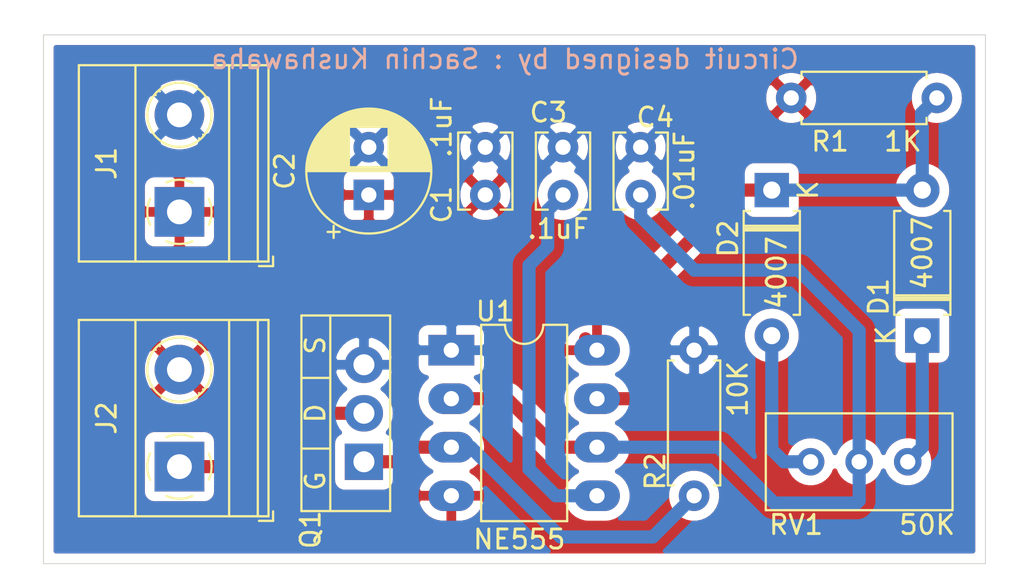
<source format=kicad_pcb>
(kicad_pcb (version 20171130) (host pcbnew 5.1.4+dfsg1-1~bpo10+1)

  (general
    (thickness 1.6)
    (drawings 17)
    (tracks 47)
    (zones 0)
    (modules 13)
    (nets 10)
  )

  (page A4)
  (layers
    (0 F.Cu signal)
    (31 B.Cu signal)
    (32 B.Adhes user)
    (33 F.Adhes user)
    (34 B.Paste user)
    (35 F.Paste user)
    (36 B.SilkS user)
    (37 F.SilkS user)
    (38 B.Mask user)
    (39 F.Mask user)
    (40 Dwgs.User user)
    (41 Cmts.User user)
    (42 Eco1.User user)
    (43 Eco2.User user)
    (44 Edge.Cuts user)
    (45 Margin user)
    (46 B.CrtYd user)
    (47 F.CrtYd user)
    (48 B.Fab user)
    (49 F.Fab user)
  )

  (setup
    (last_trace_width 0.25)
    (user_trace_width 0.687)
    (trace_clearance 0.2)
    (zone_clearance 0.508)
    (zone_45_only no)
    (trace_min 0.2)
    (via_size 0.8)
    (via_drill 0.4)
    (via_min_size 0.4)
    (via_min_drill 0.3)
    (user_via 1 0.5)
    (uvia_size 0.3)
    (uvia_drill 0.1)
    (uvias_allowed no)
    (uvia_min_size 0.2)
    (uvia_min_drill 0.1)
    (edge_width 0.05)
    (segment_width 0.2)
    (pcb_text_width 0.3)
    (pcb_text_size 1.5 1.5)
    (mod_edge_width 0.12)
    (mod_text_size 1 1)
    (mod_text_width 0.15)
    (pad_size 1.524 1.524)
    (pad_drill 0.762)
    (pad_to_mask_clearance 0.051)
    (solder_mask_min_width 0.25)
    (aux_axis_origin 0 0)
    (visible_elements 7FFFFFFF)
    (pcbplotparams
      (layerselection 0x010f0_ffffffff)
      (usegerberextensions false)
      (usegerberattributes false)
      (usegerberadvancedattributes false)
      (creategerberjobfile false)
      (excludeedgelayer true)
      (linewidth 0.100000)
      (plotframeref false)
      (viasonmask false)
      (mode 1)
      (useauxorigin false)
      (hpglpennumber 1)
      (hpglpenspeed 20)
      (hpglpendiameter 15.000000)
      (psnegative false)
      (psa4output false)
      (plotreference true)
      (plotvalue true)
      (plotinvisibletext false)
      (padsonsilk false)
      (subtractmaskfromsilk false)
      (outputformat 1)
      (mirror false)
      (drillshape 0)
      (scaleselection 1)
      (outputdirectory "gerberv2"))
  )

  (net 0 "")
  (net 1 GND)
  (net 2 +12V)
  (net 3 "Net-(C3-Pad1)")
  (net 4 "Net-(C4-Pad1)")
  (net 5 "Net-(D1-Pad2)")
  (net 6 "Net-(D1-Pad1)")
  (net 7 "Net-(D2-Pad2)")
  (net 8 "Net-(J2-Pad1)")
  (net 9 "Net-(Q1-Pad1)")

  (net_class Default "This is the default net class."
    (clearance 0.2)
    (trace_width 0.25)
    (via_dia 0.8)
    (via_drill 0.4)
    (uvia_dia 0.3)
    (uvia_drill 0.1)
    (add_net +12V)
    (add_net GND)
    (add_net "Net-(C3-Pad1)")
    (add_net "Net-(C4-Pad1)")
    (add_net "Net-(D1-Pad1)")
    (add_net "Net-(D1-Pad2)")
    (add_net "Net-(D2-Pad2)")
    (add_net "Net-(J2-Pad1)")
    (add_net "Net-(Q1-Pad1)")
  )

  (module Package_DIP:DIP-8_W7.62mm_LongPads (layer F.Cu) (tedit 5A02E8C5) (tstamp 62DA832E)
    (at 47.244 43.434)
    (descr "8-lead though-hole mounted DIP package, row spacing 7.62 mm (300 mils), LongPads")
    (tags "THT DIP DIL PDIP 2.54mm 7.62mm 300mil LongPads")
    (path /62D90633)
    (fp_text reference U1 (at 2.286 -2.032) (layer F.SilkS)
      (effects (font (size 1 1) (thickness 0.15)))
    )
    (fp_text value NE555 (at 3.81 9.95) (layer F.Fab)
      (effects (font (size 1 1) (thickness 0.15)))
    )
    (fp_arc (start 3.81 -1.33) (end 2.81 -1.33) (angle -180) (layer F.SilkS) (width 0.12))
    (fp_line (start 1.635 -1.27) (end 6.985 -1.27) (layer F.Fab) (width 0.1))
    (fp_line (start 6.985 -1.27) (end 6.985 8.89) (layer F.Fab) (width 0.1))
    (fp_line (start 6.985 8.89) (end 0.635 8.89) (layer F.Fab) (width 0.1))
    (fp_line (start 0.635 8.89) (end 0.635 -0.27) (layer F.Fab) (width 0.1))
    (fp_line (start 0.635 -0.27) (end 1.635 -1.27) (layer F.Fab) (width 0.1))
    (fp_line (start 2.81 -1.33) (end 1.56 -1.33) (layer F.SilkS) (width 0.12))
    (fp_line (start 1.56 -1.33) (end 1.56 8.95) (layer F.SilkS) (width 0.12))
    (fp_line (start 1.56 8.95) (end 6.06 8.95) (layer F.SilkS) (width 0.12))
    (fp_line (start 6.06 8.95) (end 6.06 -1.33) (layer F.SilkS) (width 0.12))
    (fp_line (start 6.06 -1.33) (end 4.81 -1.33) (layer F.SilkS) (width 0.12))
    (fp_line (start -1.45 -1.55) (end -1.45 9.15) (layer F.CrtYd) (width 0.05))
    (fp_line (start -1.45 9.15) (end 9.1 9.15) (layer F.CrtYd) (width 0.05))
    (fp_line (start 9.1 9.15) (end 9.1 -1.55) (layer F.CrtYd) (width 0.05))
    (fp_line (start 9.1 -1.55) (end -1.45 -1.55) (layer F.CrtYd) (width 0.05))
    (fp_text user %R (at 3.81 3.81) (layer F.Fab)
      (effects (font (size 1 1) (thickness 0.15)))
    )
    (pad 1 thru_hole rect (at 0 0) (size 2.4 1.6) (drill 0.8) (layers *.Cu *.Mask)
      (net 1 GND))
    (pad 5 thru_hole oval (at 7.62 7.62) (size 2.4 1.6) (drill 0.8) (layers *.Cu *.Mask)
      (net 3 "Net-(C3-Pad1)"))
    (pad 2 thru_hole oval (at 0 2.54) (size 2.4 1.6) (drill 0.8) (layers *.Cu *.Mask)
      (net 4 "Net-(C4-Pad1)"))
    (pad 6 thru_hole oval (at 7.62 5.08) (size 2.4 1.6) (drill 0.8) (layers *.Cu *.Mask)
      (net 4 "Net-(C4-Pad1)"))
    (pad 3 thru_hole oval (at 0 5.08) (size 2.4 1.6) (drill 0.8) (layers *.Cu *.Mask)
      (net 9 "Net-(Q1-Pad1)"))
    (pad 7 thru_hole oval (at 7.62 2.54) (size 2.4 1.6) (drill 0.8) (layers *.Cu *.Mask)
      (net 5 "Net-(D1-Pad2)"))
    (pad 4 thru_hole oval (at 0 7.62) (size 2.4 1.6) (drill 0.8) (layers *.Cu *.Mask)
      (net 2 +12V))
    (pad 8 thru_hole oval (at 7.62 0) (size 2.4 1.6) (drill 0.8) (layers *.Cu *.Mask)
      (net 2 +12V))
    (model ${KISYS3DMOD}/Package_DIP.3dshapes/DIP-8_W7.62mm.wrl
      (at (xyz 0 0 0))
      (scale (xyz 1 1 1))
      (rotate (xyz 0 0 0))
    )
  )

  (module Potentiometer_THT:Potentiometer_Bourns_3386C_Horizontal (layer F.Cu) (tedit 5AA07388) (tstamp 62DA813A)
    (at 66.04 49.276 90)
    (descr "Potentiometer, horizontal, Bourns 3386C, https://www.bourns.com/pdfs/3386.pdf")
    (tags "Potentiometer horizontal Bourns 3386C")
    (path /62D91AF3)
    (fp_text reference RV1 (at -3.302 -0.762 180) (layer F.SilkS)
      (effects (font (size 1 1) (thickness 0.15)))
    )
    (fp_text value 50K (at 0 8.555 90) (layer F.Fab)
      (effects (font (size 1 1) (thickness 0.15)))
    )
    (fp_line (start 2.415 -2.225) (end 2.415 7.305) (layer F.Fab) (width 0.1))
    (fp_line (start 2.415 7.305) (end -2.415 7.305) (layer F.Fab) (width 0.1))
    (fp_line (start -2.415 7.305) (end -2.415 -2.225) (layer F.Fab) (width 0.1))
    (fp_line (start -2.415 -2.225) (end 2.415 -2.225) (layer F.Fab) (width 0.1))
    (fp_line (start -2.535 -2.345) (end 2.535 -2.345) (layer F.SilkS) (width 0.12))
    (fp_line (start -2.535 7.425) (end 2.535 7.425) (layer F.SilkS) (width 0.12))
    (fp_line (start 2.535 -2.345) (end 2.535 7.425) (layer F.SilkS) (width 0.12))
    (fp_line (start -2.535 -2.345) (end -2.535 7.425) (layer F.SilkS) (width 0.12))
    (fp_line (start -2.67 -2.48) (end -2.67 7.56) (layer F.CrtYd) (width 0.05))
    (fp_line (start -2.67 7.56) (end 2.67 7.56) (layer F.CrtYd) (width 0.05))
    (fp_line (start 2.67 7.56) (end 2.67 -2.48) (layer F.CrtYd) (width 0.05))
    (fp_line (start 2.67 -2.48) (end -2.67 -2.48) (layer F.CrtYd) (width 0.05))
    (fp_text user %R (at 0 2.54 90) (layer F.Fab)
      (effects (font (size 1 1) (thickness 0.15)))
    )
    (pad 3 thru_hole circle (at 0 5.08 90) (size 1.44 1.44) (drill 0.8) (layers *.Cu *.Mask)
      (net 6 "Net-(D1-Pad1)"))
    (pad 2 thru_hole circle (at 0 2.54 90) (size 1.44 1.44) (drill 0.8) (layers *.Cu *.Mask)
      (net 4 "Net-(C4-Pad1)"))
    (pad 1 thru_hole circle (at 0 0 90) (size 1.44 1.44) (drill 0.8) (layers *.Cu *.Mask)
      (net 7 "Net-(D2-Pad2)"))
    (model ${KISYS3DMOD}/Potentiometer_THT.3dshapes/Potentiometer_Bourns_3266Y_Vertical.step
      (at (xyz 0 0 0))
      (scale (xyz 1 1 1))
      (rotate (xyz 0 0 -90))
    )
  )

  (module Resistor_THT:R_Axial_DIN0207_L6.3mm_D2.5mm_P7.62mm_Horizontal (layer F.Cu) (tedit 5AE5139B) (tstamp 62DA8056)
    (at 59.944 51.054 90)
    (descr "Resistor, Axial_DIN0207 series, Axial, Horizontal, pin pitch=7.62mm, 0.25W = 1/4W, length*diameter=6.3*2.5mm^2, http://cdn-reichelt.de/documents/datenblatt/B400/1_4W%23YAG.pdf")
    (tags "Resistor Axial_DIN0207 series Axial Horizontal pin pitch 7.62mm 0.25W = 1/4W length 6.3mm diameter 2.5mm")
    (path /62DC69AA)
    (fp_text reference R2 (at 1.27 -2.032 90) (layer F.SilkS)
      (effects (font (size 1 1) (thickness 0.15)))
    )
    (fp_text value 10K (at 3.81 2.37 90) (layer F.Fab)
      (effects (font (size 1 1) (thickness 0.15)))
    )
    (fp_line (start 0.66 -1.25) (end 0.66 1.25) (layer F.Fab) (width 0.1))
    (fp_line (start 0.66 1.25) (end 6.96 1.25) (layer F.Fab) (width 0.1))
    (fp_line (start 6.96 1.25) (end 6.96 -1.25) (layer F.Fab) (width 0.1))
    (fp_line (start 6.96 -1.25) (end 0.66 -1.25) (layer F.Fab) (width 0.1))
    (fp_line (start 0 0) (end 0.66 0) (layer F.Fab) (width 0.1))
    (fp_line (start 7.62 0) (end 6.96 0) (layer F.Fab) (width 0.1))
    (fp_line (start 0.54 -1.04) (end 0.54 -1.37) (layer F.SilkS) (width 0.12))
    (fp_line (start 0.54 -1.37) (end 7.08 -1.37) (layer F.SilkS) (width 0.12))
    (fp_line (start 7.08 -1.37) (end 7.08 -1.04) (layer F.SilkS) (width 0.12))
    (fp_line (start 0.54 1.04) (end 0.54 1.37) (layer F.SilkS) (width 0.12))
    (fp_line (start 0.54 1.37) (end 7.08 1.37) (layer F.SilkS) (width 0.12))
    (fp_line (start 7.08 1.37) (end 7.08 1.04) (layer F.SilkS) (width 0.12))
    (fp_line (start -1.05 -1.5) (end -1.05 1.5) (layer F.CrtYd) (width 0.05))
    (fp_line (start -1.05 1.5) (end 8.67 1.5) (layer F.CrtYd) (width 0.05))
    (fp_line (start 8.67 1.5) (end 8.67 -1.5) (layer F.CrtYd) (width 0.05))
    (fp_line (start 8.67 -1.5) (end -1.05 -1.5) (layer F.CrtYd) (width 0.05))
    (fp_text user %R (at 3.81 0 90) (layer F.Fab)
      (effects (font (size 1 1) (thickness 0.15)))
    )
    (pad 1 thru_hole circle (at 0 0 90) (size 1.6 1.6) (drill 0.8) (layers *.Cu *.Mask)
      (net 9 "Net-(Q1-Pad1)"))
    (pad 2 thru_hole oval (at 7.62 0 90) (size 1.6 1.6) (drill 0.8) (layers *.Cu *.Mask)
      (net 1 GND))
    (model ${KISYS3DMOD}/Resistor_THT.3dshapes/R_Axial_DIN0207_L6.3mm_D2.5mm_P7.62mm_Horizontal.wrl
      (at (xyz 0 0 0))
      (scale (xyz 1 1 1))
      (rotate (xyz 0 0 0))
    )
  )

  (module Resistor_THT:R_Axial_DIN0207_L6.3mm_D2.5mm_P7.62mm_Horizontal (layer F.Cu) (tedit 5AE5139B) (tstamp 62DA7F6F)
    (at 65.024 30.226)
    (descr "Resistor, Axial_DIN0207 series, Axial, Horizontal, pin pitch=7.62mm, 0.25W = 1/4W, length*diameter=6.3*2.5mm^2, http://cdn-reichelt.de/documents/datenblatt/B400/1_4W%23YAG.pdf")
    (tags "Resistor Axial_DIN0207 series Axial Horizontal pin pitch 7.62mm 0.25W = 1/4W length 6.3mm diameter 2.5mm")
    (path /62D92A88)
    (fp_text reference R1 (at 2.032 2.286) (layer F.SilkS)
      (effects (font (size 1 1) (thickness 0.15)))
    )
    (fp_text value 1K (at 3.81 2.37) (layer F.Fab)
      (effects (font (size 1 1) (thickness 0.15)))
    )
    (fp_line (start 0.66 -1.25) (end 0.66 1.25) (layer F.Fab) (width 0.1))
    (fp_line (start 0.66 1.25) (end 6.96 1.25) (layer F.Fab) (width 0.1))
    (fp_line (start 6.96 1.25) (end 6.96 -1.25) (layer F.Fab) (width 0.1))
    (fp_line (start 6.96 -1.25) (end 0.66 -1.25) (layer F.Fab) (width 0.1))
    (fp_line (start 0 0) (end 0.66 0) (layer F.Fab) (width 0.1))
    (fp_line (start 7.62 0) (end 6.96 0) (layer F.Fab) (width 0.1))
    (fp_line (start 0.54 -1.04) (end 0.54 -1.37) (layer F.SilkS) (width 0.12))
    (fp_line (start 0.54 -1.37) (end 7.08 -1.37) (layer F.SilkS) (width 0.12))
    (fp_line (start 7.08 -1.37) (end 7.08 -1.04) (layer F.SilkS) (width 0.12))
    (fp_line (start 0.54 1.04) (end 0.54 1.37) (layer F.SilkS) (width 0.12))
    (fp_line (start 0.54 1.37) (end 7.08 1.37) (layer F.SilkS) (width 0.12))
    (fp_line (start 7.08 1.37) (end 7.08 1.04) (layer F.SilkS) (width 0.12))
    (fp_line (start -1.05 -1.5) (end -1.05 1.5) (layer F.CrtYd) (width 0.05))
    (fp_line (start -1.05 1.5) (end 8.67 1.5) (layer F.CrtYd) (width 0.05))
    (fp_line (start 8.67 1.5) (end 8.67 -1.5) (layer F.CrtYd) (width 0.05))
    (fp_line (start 8.67 -1.5) (end -1.05 -1.5) (layer F.CrtYd) (width 0.05))
    (fp_text user %R (at 3.81 0) (layer F.Fab)
      (effects (font (size 1 1) (thickness 0.15)))
    )
    (pad 1 thru_hole circle (at 0 0) (size 1.6 1.6) (drill 0.8) (layers *.Cu *.Mask)
      (net 2 +12V))
    (pad 2 thru_hole oval (at 7.62 0) (size 1.6 1.6) (drill 0.8) (layers *.Cu *.Mask)
      (net 5 "Net-(D1-Pad2)"))
    (model ${KISYS3DMOD}/Resistor_THT.3dshapes/R_Axial_DIN0207_L6.3mm_D2.5mm_P7.62mm_Horizontal.wrl
      (at (xyz 0 0 0))
      (scale (xyz 1 1 1))
      (rotate (xyz 0 0 0))
    )
  )

  (module Package_TO_SOT_THT:TO-220-3_Vertical (layer F.Cu) (tedit 5AC8BA0D) (tstamp 62DA7E88)
    (at 42.672 49.276 90)
    (descr "TO-220-3, Vertical, RM 2.54mm, see https://www.vishay.com/docs/66542/to-220-1.pdf")
    (tags "TO-220-3 Vertical RM 2.54mm")
    (path /62DBE315)
    (fp_text reference Q1 (at -3.556 -2.794 90) (layer F.SilkS)
      (effects (font (size 1 1) (thickness 0.15)))
    )
    (fp_text value Q_NMOS_GDS (at 2.54 2.5 90) (layer F.Fab)
      (effects (font (size 1 1) (thickness 0.15)))
    )
    (fp_line (start -2.46 -3.15) (end -2.46 1.25) (layer F.Fab) (width 0.1))
    (fp_line (start -2.46 1.25) (end 7.54 1.25) (layer F.Fab) (width 0.1))
    (fp_line (start 7.54 1.25) (end 7.54 -3.15) (layer F.Fab) (width 0.1))
    (fp_line (start 7.54 -3.15) (end -2.46 -3.15) (layer F.Fab) (width 0.1))
    (fp_line (start -2.46 -1.88) (end 7.54 -1.88) (layer F.Fab) (width 0.1))
    (fp_line (start 0.69 -3.15) (end 0.69 -1.88) (layer F.Fab) (width 0.1))
    (fp_line (start 4.39 -3.15) (end 4.39 -1.88) (layer F.Fab) (width 0.1))
    (fp_line (start -2.58 -3.27) (end 7.66 -3.27) (layer F.SilkS) (width 0.12))
    (fp_line (start -2.58 1.371) (end 7.66 1.371) (layer F.SilkS) (width 0.12))
    (fp_line (start -2.58 -3.27) (end -2.58 1.371) (layer F.SilkS) (width 0.12))
    (fp_line (start 7.66 -3.27) (end 7.66 1.371) (layer F.SilkS) (width 0.12))
    (fp_line (start -2.58 -1.76) (end 7.66 -1.76) (layer F.SilkS) (width 0.12))
    (fp_line (start 0.69 -3.27) (end 0.69 -1.76) (layer F.SilkS) (width 0.12))
    (fp_line (start 4.391 -3.27) (end 4.391 -1.76) (layer F.SilkS) (width 0.12))
    (fp_line (start -2.71 -3.4) (end -2.71 1.51) (layer F.CrtYd) (width 0.05))
    (fp_line (start -2.71 1.51) (end 7.79 1.51) (layer F.CrtYd) (width 0.05))
    (fp_line (start 7.79 1.51) (end 7.79 -3.4) (layer F.CrtYd) (width 0.05))
    (fp_line (start 7.79 -3.4) (end -2.71 -3.4) (layer F.CrtYd) (width 0.05))
    (fp_text user %R (at 2.54 -4.27 90) (layer F.Fab)
      (effects (font (size 1 1) (thickness 0.15)))
    )
    (pad 1 thru_hole rect (at 0 0 90) (size 1.905 2) (drill 1.1) (layers *.Cu *.Mask)
      (net 9 "Net-(Q1-Pad1)"))
    (pad 2 thru_hole oval (at 2.54 0 90) (size 1.905 2) (drill 1.1) (layers *.Cu *.Mask)
      (net 8 "Net-(J2-Pad1)"))
    (pad 3 thru_hole oval (at 5.08 0 90) (size 1.905 2) (drill 1.1) (layers *.Cu *.Mask)
      (net 1 GND))
    (model ${KISYS3DMOD}/Package_TO_SOT_THT.3dshapes/TO-220-3_Vertical.wrl
      (at (xyz 0 0 0))
      (scale (xyz 1 1 1))
      (rotate (xyz 0 0 0))
    )
  )

  (module TerminalBlock_Phoenix:TerminalBlock_Phoenix_MKDS-1,5-2-5.08_1x02_P5.08mm_Horizontal (layer F.Cu) (tedit 5B294EBC) (tstamp 62DA7C98)
    (at 33.02 49.53 90)
    (descr "Terminal Block Phoenix MKDS-1,5-2-5.08, 2 pins, pitch 5.08mm, size 10.2x9.8mm^2, drill diamater 1.3mm, pad diameter 2.6mm, see http://www.farnell.com/datasheets/100425.pdf, script-generated using https://github.com/pointhi/kicad-footprint-generator/scripts/TerminalBlock_Phoenix")
    (tags "THT Terminal Block Phoenix MKDS-1,5-2-5.08 pitch 5.08mm size 10.2x9.8mm^2 drill 1.3mm pad 2.6mm")
    (path /62DC379C)
    (fp_text reference J2 (at 2.54 -3.81 90) (layer F.SilkS)
      (effects (font (size 1 1) (thickness 0.15)))
    )
    (fp_text value Screw_Terminal_01x02 (at 2.54 5.66 90) (layer F.Fab)
      (effects (font (size 1 1) (thickness 0.15)))
    )
    (fp_arc (start 0 0) (end 0 1.68) (angle -24) (layer F.SilkS) (width 0.12))
    (fp_arc (start 0 0) (end 1.535 0.684) (angle -48) (layer F.SilkS) (width 0.12))
    (fp_arc (start 0 0) (end 0.684 -1.535) (angle -48) (layer F.SilkS) (width 0.12))
    (fp_arc (start 0 0) (end -1.535 -0.684) (angle -48) (layer F.SilkS) (width 0.12))
    (fp_arc (start 0 0) (end -0.684 1.535) (angle -25) (layer F.SilkS) (width 0.12))
    (fp_circle (center 0 0) (end 1.5 0) (layer F.Fab) (width 0.1))
    (fp_circle (center 5.08 0) (end 6.58 0) (layer F.Fab) (width 0.1))
    (fp_circle (center 5.08 0) (end 6.76 0) (layer F.SilkS) (width 0.12))
    (fp_line (start -2.54 -5.2) (end 7.62 -5.2) (layer F.Fab) (width 0.1))
    (fp_line (start 7.62 -5.2) (end 7.62 4.6) (layer F.Fab) (width 0.1))
    (fp_line (start 7.62 4.6) (end -2.04 4.6) (layer F.Fab) (width 0.1))
    (fp_line (start -2.04 4.6) (end -2.54 4.1) (layer F.Fab) (width 0.1))
    (fp_line (start -2.54 4.1) (end -2.54 -5.2) (layer F.Fab) (width 0.1))
    (fp_line (start -2.54 4.1) (end 7.62 4.1) (layer F.Fab) (width 0.1))
    (fp_line (start -2.6 4.1) (end 7.68 4.1) (layer F.SilkS) (width 0.12))
    (fp_line (start -2.54 2.6) (end 7.62 2.6) (layer F.Fab) (width 0.1))
    (fp_line (start -2.6 2.6) (end 7.68 2.6) (layer F.SilkS) (width 0.12))
    (fp_line (start -2.54 -2.3) (end 7.62 -2.3) (layer F.Fab) (width 0.1))
    (fp_line (start -2.6 -2.301) (end 7.68 -2.301) (layer F.SilkS) (width 0.12))
    (fp_line (start -2.6 -5.261) (end 7.68 -5.261) (layer F.SilkS) (width 0.12))
    (fp_line (start -2.6 4.66) (end 7.68 4.66) (layer F.SilkS) (width 0.12))
    (fp_line (start -2.6 -5.261) (end -2.6 4.66) (layer F.SilkS) (width 0.12))
    (fp_line (start 7.68 -5.261) (end 7.68 4.66) (layer F.SilkS) (width 0.12))
    (fp_line (start 1.138 -0.955) (end -0.955 1.138) (layer F.Fab) (width 0.1))
    (fp_line (start 0.955 -1.138) (end -1.138 0.955) (layer F.Fab) (width 0.1))
    (fp_line (start 6.218 -0.955) (end 4.126 1.138) (layer F.Fab) (width 0.1))
    (fp_line (start 6.035 -1.138) (end 3.943 0.955) (layer F.Fab) (width 0.1))
    (fp_line (start 6.355 -1.069) (end 6.308 -1.023) (layer F.SilkS) (width 0.12))
    (fp_line (start 4.046 1.239) (end 4.011 1.274) (layer F.SilkS) (width 0.12))
    (fp_line (start 6.15 -1.275) (end 6.115 -1.239) (layer F.SilkS) (width 0.12))
    (fp_line (start 3.853 1.023) (end 3.806 1.069) (layer F.SilkS) (width 0.12))
    (fp_line (start -2.84 4.16) (end -2.84 4.9) (layer F.SilkS) (width 0.12))
    (fp_line (start -2.84 4.9) (end -2.34 4.9) (layer F.SilkS) (width 0.12))
    (fp_line (start -3.04 -5.71) (end -3.04 5.1) (layer F.CrtYd) (width 0.05))
    (fp_line (start -3.04 5.1) (end 8.13 5.1) (layer F.CrtYd) (width 0.05))
    (fp_line (start 8.13 5.1) (end 8.13 -5.71) (layer F.CrtYd) (width 0.05))
    (fp_line (start 8.13 -5.71) (end -3.04 -5.71) (layer F.CrtYd) (width 0.05))
    (fp_text user %R (at 2.54 3.2 90) (layer F.Fab)
      (effects (font (size 1 1) (thickness 0.15)))
    )
    (pad 1 thru_hole rect (at 0 0 90) (size 2.6 2.6) (drill 1.3) (layers *.Cu *.Mask)
      (net 8 "Net-(J2-Pad1)"))
    (pad 2 thru_hole circle (at 5.08 0 90) (size 2.6 2.6) (drill 1.3) (layers *.Cu *.Mask)
      (net 2 +12V))
    (model ${KISYS3DMOD}/TerminalBlock_Altech.3dshapes/Altech_AK300_1x02_P5.00mm_45-Degree.step
      (offset (xyz 5 0 0))
      (scale (xyz 1 1 1))
      (rotate (xyz 0 0 -180))
    )
  )

  (module TerminalBlock_Phoenix:TerminalBlock_Phoenix_MKDS-1,5-2-5.08_1x02_P5.08mm_Horizontal (layer F.Cu) (tedit 5B294EBC) (tstamp 62DA7B88)
    (at 33.02 36.192 90)
    (descr "Terminal Block Phoenix MKDS-1,5-2-5.08, 2 pins, pitch 5.08mm, size 10.2x9.8mm^2, drill diamater 1.3mm, pad diameter 2.6mm, see http://www.farnell.com/datasheets/100425.pdf, script-generated using https://github.com/pointhi/kicad-footprint-generator/scripts/TerminalBlock_Phoenix")
    (tags "THT Terminal Block Phoenix MKDS-1,5-2-5.08 pitch 5.08mm size 10.2x9.8mm^2 drill 1.3mm pad 2.6mm")
    (path /62D934A8)
    (fp_text reference J1 (at 2.54 -3.81 90) (layer F.SilkS)
      (effects (font (size 1 1) (thickness 0.15)))
    )
    (fp_text value Screw_Terminal_01x02 (at 2.54 5.66 90) (layer F.Fab)
      (effects (font (size 1 1) (thickness 0.15)))
    )
    (fp_arc (start 0 0) (end 0 1.68) (angle -24) (layer F.SilkS) (width 0.12))
    (fp_arc (start 0 0) (end 1.535 0.684) (angle -48) (layer F.SilkS) (width 0.12))
    (fp_arc (start 0 0) (end 0.684 -1.535) (angle -48) (layer F.SilkS) (width 0.12))
    (fp_arc (start 0 0) (end -1.535 -0.684) (angle -48) (layer F.SilkS) (width 0.12))
    (fp_arc (start 0 0) (end -0.684 1.535) (angle -25) (layer F.SilkS) (width 0.12))
    (fp_circle (center 0 0) (end 1.5 0) (layer F.Fab) (width 0.1))
    (fp_circle (center 5.08 0) (end 6.58 0) (layer F.Fab) (width 0.1))
    (fp_circle (center 5.08 0) (end 6.76 0) (layer F.SilkS) (width 0.12))
    (fp_line (start -2.54 -5.2) (end 7.62 -5.2) (layer F.Fab) (width 0.1))
    (fp_line (start 7.62 -5.2) (end 7.62 4.6) (layer F.Fab) (width 0.1))
    (fp_line (start 7.62 4.6) (end -2.04 4.6) (layer F.Fab) (width 0.1))
    (fp_line (start -2.04 4.6) (end -2.54 4.1) (layer F.Fab) (width 0.1))
    (fp_line (start -2.54 4.1) (end -2.54 -5.2) (layer F.Fab) (width 0.1))
    (fp_line (start -2.54 4.1) (end 7.62 4.1) (layer F.Fab) (width 0.1))
    (fp_line (start -2.6 4.1) (end 7.68 4.1) (layer F.SilkS) (width 0.12))
    (fp_line (start -2.54 2.6) (end 7.62 2.6) (layer F.Fab) (width 0.1))
    (fp_line (start -2.6 2.6) (end 7.68 2.6) (layer F.SilkS) (width 0.12))
    (fp_line (start -2.54 -2.3) (end 7.62 -2.3) (layer F.Fab) (width 0.1))
    (fp_line (start -2.6 -2.301) (end 7.68 -2.301) (layer F.SilkS) (width 0.12))
    (fp_line (start -2.6 -5.261) (end 7.68 -5.261) (layer F.SilkS) (width 0.12))
    (fp_line (start -2.6 4.66) (end 7.68 4.66) (layer F.SilkS) (width 0.12))
    (fp_line (start -2.6 -5.261) (end -2.6 4.66) (layer F.SilkS) (width 0.12))
    (fp_line (start 7.68 -5.261) (end 7.68 4.66) (layer F.SilkS) (width 0.12))
    (fp_line (start 1.138 -0.955) (end -0.955 1.138) (layer F.Fab) (width 0.1))
    (fp_line (start 0.955 -1.138) (end -1.138 0.955) (layer F.Fab) (width 0.1))
    (fp_line (start 6.218 -0.955) (end 4.126 1.138) (layer F.Fab) (width 0.1))
    (fp_line (start 6.035 -1.138) (end 3.943 0.955) (layer F.Fab) (width 0.1))
    (fp_line (start 6.355 -1.069) (end 6.308 -1.023) (layer F.SilkS) (width 0.12))
    (fp_line (start 4.046 1.239) (end 4.011 1.274) (layer F.SilkS) (width 0.12))
    (fp_line (start 6.15 -1.275) (end 6.115 -1.239) (layer F.SilkS) (width 0.12))
    (fp_line (start 3.853 1.023) (end 3.806 1.069) (layer F.SilkS) (width 0.12))
    (fp_line (start -2.84 4.16) (end -2.84 4.9) (layer F.SilkS) (width 0.12))
    (fp_line (start -2.84 4.9) (end -2.34 4.9) (layer F.SilkS) (width 0.12))
    (fp_line (start -3.04 -5.71) (end -3.04 5.1) (layer F.CrtYd) (width 0.05))
    (fp_line (start -3.04 5.1) (end 8.13 5.1) (layer F.CrtYd) (width 0.05))
    (fp_line (start 8.13 5.1) (end 8.13 -5.71) (layer F.CrtYd) (width 0.05))
    (fp_line (start 8.13 -5.71) (end -3.04 -5.71) (layer F.CrtYd) (width 0.05))
    (fp_text user %R (at 2.54 3.2 90) (layer F.Fab)
      (effects (font (size 1 1) (thickness 0.15)))
    )
    (pad 1 thru_hole rect (at 0 0 90) (size 2.6 2.6) (drill 1.3) (layers *.Cu *.Mask)
      (net 2 +12V))
    (pad 2 thru_hole circle (at 5.08 0 90) (size 2.6 2.6) (drill 1.3) (layers *.Cu *.Mask)
      (net 1 GND))
    (model ${KISYS3DMOD}/TerminalBlock_Altech.3dshapes/Altech_AK300_1x02_P5.00mm_45-Degree.step
      (offset (xyz 5 0 0))
      (scale (xyz 1 1 1))
      (rotate (xyz 0 0 -180))
    )
  )

  (module Diode_THT:D_A-405_P7.62mm_Horizontal (layer F.Cu) (tedit 5AE50CD5) (tstamp 62DA7A78)
    (at 64.008 35.052 270)
    (descr "Diode, A-405 series, Axial, Horizontal, pin pitch=7.62mm, , length*diameter=5.2*2.7mm^2, , http://www.diodes.com/_files/packages/A-405.pdf")
    (tags "Diode A-405 series Axial Horizontal pin pitch 7.62mm  length 5.2mm diameter 2.7mm")
    (path /62D91703)
    (fp_text reference D2 (at 2.54 2.286 90) (layer F.SilkS)
      (effects (font (size 1 1) (thickness 0.15)))
    )
    (fp_text value " IN4007" (at 3.81 2.47 90) (layer F.Fab)
      (effects (font (size 1 1) (thickness 0.15)))
    )
    (fp_line (start 1.21 -1.35) (end 1.21 1.35) (layer F.Fab) (width 0.1))
    (fp_line (start 1.21 1.35) (end 6.41 1.35) (layer F.Fab) (width 0.1))
    (fp_line (start 6.41 1.35) (end 6.41 -1.35) (layer F.Fab) (width 0.1))
    (fp_line (start 6.41 -1.35) (end 1.21 -1.35) (layer F.Fab) (width 0.1))
    (fp_line (start 0 0) (end 1.21 0) (layer F.Fab) (width 0.1))
    (fp_line (start 7.62 0) (end 6.41 0) (layer F.Fab) (width 0.1))
    (fp_line (start 1.99 -1.35) (end 1.99 1.35) (layer F.Fab) (width 0.1))
    (fp_line (start 2.09 -1.35) (end 2.09 1.35) (layer F.Fab) (width 0.1))
    (fp_line (start 1.89 -1.35) (end 1.89 1.35) (layer F.Fab) (width 0.1))
    (fp_line (start 1.09 -1.14) (end 1.09 -1.47) (layer F.SilkS) (width 0.12))
    (fp_line (start 1.09 -1.47) (end 6.53 -1.47) (layer F.SilkS) (width 0.12))
    (fp_line (start 6.53 -1.47) (end 6.53 -1.14) (layer F.SilkS) (width 0.12))
    (fp_line (start 1.09 1.14) (end 1.09 1.47) (layer F.SilkS) (width 0.12))
    (fp_line (start 1.09 1.47) (end 6.53 1.47) (layer F.SilkS) (width 0.12))
    (fp_line (start 6.53 1.47) (end 6.53 1.14) (layer F.SilkS) (width 0.12))
    (fp_line (start 1.99 -1.47) (end 1.99 1.47) (layer F.SilkS) (width 0.12))
    (fp_line (start 2.11 -1.47) (end 2.11 1.47) (layer F.SilkS) (width 0.12))
    (fp_line (start 1.87 -1.47) (end 1.87 1.47) (layer F.SilkS) (width 0.12))
    (fp_line (start -1.15 -1.6) (end -1.15 1.6) (layer F.CrtYd) (width 0.05))
    (fp_line (start -1.15 1.6) (end 8.77 1.6) (layer F.CrtYd) (width 0.05))
    (fp_line (start 8.77 1.6) (end 8.77 -1.6) (layer F.CrtYd) (width 0.05))
    (fp_line (start 8.77 -1.6) (end -1.15 -1.6) (layer F.CrtYd) (width 0.05))
    (fp_text user %R (at 4.2 0 90) (layer F.Fab)
      (effects (font (size 1 1) (thickness 0.15)))
    )
    (fp_text user K (at 0 -1.9 90) (layer F.Fab)
      (effects (font (size 1 1) (thickness 0.15)))
    )
    (fp_text user K (at 0 -1.9 90) (layer F.SilkS)
      (effects (font (size 1 1) (thickness 0.15)))
    )
    (pad 1 thru_hole rect (at 0 0 270) (size 1.8 1.8) (drill 0.9) (layers *.Cu *.Mask)
      (net 5 "Net-(D1-Pad2)"))
    (pad 2 thru_hole oval (at 7.62 0 270) (size 1.8 1.8) (drill 0.9) (layers *.Cu *.Mask)
      (net 7 "Net-(D2-Pad2)"))
    (model ${KISYS3DMOD}/Diode_THT.3dshapes/D_A-405_P7.62mm_Horizontal.wrl
      (at (xyz 0 0 0))
      (scale (xyz 1 1 1))
      (rotate (xyz 0 0 0))
    )
  )

  (module Diode_THT:D_A-405_P7.62mm_Horizontal (layer F.Cu) (tedit 5AE50CD5) (tstamp 62DA798D)
    (at 71.882 42.672 90)
    (descr "Diode, A-405 series, Axial, Horizontal, pin pitch=7.62mm, , length*diameter=5.2*2.7mm^2, , http://www.diodes.com/_files/packages/A-405.pdf")
    (tags "Diode A-405 series Axial Horizontal pin pitch 7.62mm  length 5.2mm diameter 2.7mm")
    (path /62D911D3)
    (fp_text reference D1 (at 2.032 -2.286 90) (layer F.SilkS)
      (effects (font (size 1 1) (thickness 0.15)))
    )
    (fp_text value " IN4007" (at 3.81 2.47 90) (layer F.Fab)
      (effects (font (size 1 1) (thickness 0.15)))
    )
    (fp_line (start 1.21 -1.35) (end 1.21 1.35) (layer F.Fab) (width 0.1))
    (fp_line (start 1.21 1.35) (end 6.41 1.35) (layer F.Fab) (width 0.1))
    (fp_line (start 6.41 1.35) (end 6.41 -1.35) (layer F.Fab) (width 0.1))
    (fp_line (start 6.41 -1.35) (end 1.21 -1.35) (layer F.Fab) (width 0.1))
    (fp_line (start 0 0) (end 1.21 0) (layer F.Fab) (width 0.1))
    (fp_line (start 7.62 0) (end 6.41 0) (layer F.Fab) (width 0.1))
    (fp_line (start 1.99 -1.35) (end 1.99 1.35) (layer F.Fab) (width 0.1))
    (fp_line (start 2.09 -1.35) (end 2.09 1.35) (layer F.Fab) (width 0.1))
    (fp_line (start 1.89 -1.35) (end 1.89 1.35) (layer F.Fab) (width 0.1))
    (fp_line (start 1.09 -1.14) (end 1.09 -1.47) (layer F.SilkS) (width 0.12))
    (fp_line (start 1.09 -1.47) (end 6.53 -1.47) (layer F.SilkS) (width 0.12))
    (fp_line (start 6.53 -1.47) (end 6.53 -1.14) (layer F.SilkS) (width 0.12))
    (fp_line (start 1.09 1.14) (end 1.09 1.47) (layer F.SilkS) (width 0.12))
    (fp_line (start 1.09 1.47) (end 6.53 1.47) (layer F.SilkS) (width 0.12))
    (fp_line (start 6.53 1.47) (end 6.53 1.14) (layer F.SilkS) (width 0.12))
    (fp_line (start 1.99 -1.47) (end 1.99 1.47) (layer F.SilkS) (width 0.12))
    (fp_line (start 2.11 -1.47) (end 2.11 1.47) (layer F.SilkS) (width 0.12))
    (fp_line (start 1.87 -1.47) (end 1.87 1.47) (layer F.SilkS) (width 0.12))
    (fp_line (start -1.15 -1.6) (end -1.15 1.6) (layer F.CrtYd) (width 0.05))
    (fp_line (start -1.15 1.6) (end 8.77 1.6) (layer F.CrtYd) (width 0.05))
    (fp_line (start 8.77 1.6) (end 8.77 -1.6) (layer F.CrtYd) (width 0.05))
    (fp_line (start 8.77 -1.6) (end -1.15 -1.6) (layer F.CrtYd) (width 0.05))
    (fp_text user %R (at 4.2 0 90) (layer F.Fab)
      (effects (font (size 1 1) (thickness 0.15)))
    )
    (fp_text user K (at 0 -1.9 90) (layer F.Fab)
      (effects (font (size 1 1) (thickness 0.15)))
    )
    (fp_text user K (at 0 -1.9 90) (layer F.SilkS)
      (effects (font (size 1 1) (thickness 0.15)))
    )
    (pad 1 thru_hole rect (at 0 0 90) (size 1.8 1.8) (drill 0.9) (layers *.Cu *.Mask)
      (net 6 "Net-(D1-Pad1)"))
    (pad 2 thru_hole oval (at 7.62 0 90) (size 1.8 1.8) (drill 0.9) (layers *.Cu *.Mask)
      (net 5 "Net-(D1-Pad2)"))
    (model ${KISYS3DMOD}/Diode_THT.3dshapes/D_A-405_P7.62mm_Horizontal.wrl
      (at (xyz 0 0 0))
      (scale (xyz 1 1 1))
      (rotate (xyz 0 0 0))
    )
  )

  (module Capacitor_THT:C_Disc_D3.8mm_W2.6mm_P2.50mm (layer F.Cu) (tedit 5AE50EF0) (tstamp 62DA78A2)
    (at 57.15 35.306 90)
    (descr "C, Disc series, Radial, pin pitch=2.50mm, , diameter*width=3.8*2.6mm^2, Capacitor, http://www.vishay.com/docs/45233/krseries.pdf")
    (tags "C Disc series Radial pin pitch 2.50mm  diameter 3.8mm width 2.6mm Capacitor")
    (path /62D92370)
    (fp_text reference C4 (at 4.064 0.762 180) (layer F.SilkS)
      (effects (font (size 1 1) (thickness 0.15)))
    )
    (fp_text value " 0.01uF" (at 1.25 2.55 90) (layer F.Fab)
      (effects (font (size 1 1) (thickness 0.15)))
    )
    (fp_line (start -0.65 -1.3) (end -0.65 1.3) (layer F.Fab) (width 0.1))
    (fp_line (start -0.65 1.3) (end 3.15 1.3) (layer F.Fab) (width 0.1))
    (fp_line (start 3.15 1.3) (end 3.15 -1.3) (layer F.Fab) (width 0.1))
    (fp_line (start 3.15 -1.3) (end -0.65 -1.3) (layer F.Fab) (width 0.1))
    (fp_line (start -0.77 -1.42) (end 3.27 -1.42) (layer F.SilkS) (width 0.12))
    (fp_line (start -0.77 1.42) (end 3.27 1.42) (layer F.SilkS) (width 0.12))
    (fp_line (start -0.77 -1.42) (end -0.77 -0.795) (layer F.SilkS) (width 0.12))
    (fp_line (start -0.77 0.795) (end -0.77 1.42) (layer F.SilkS) (width 0.12))
    (fp_line (start 3.27 -1.42) (end 3.27 -0.795) (layer F.SilkS) (width 0.12))
    (fp_line (start 3.27 0.795) (end 3.27 1.42) (layer F.SilkS) (width 0.12))
    (fp_line (start -1.05 -1.55) (end -1.05 1.55) (layer F.CrtYd) (width 0.05))
    (fp_line (start -1.05 1.55) (end 3.55 1.55) (layer F.CrtYd) (width 0.05))
    (fp_line (start 3.55 1.55) (end 3.55 -1.55) (layer F.CrtYd) (width 0.05))
    (fp_line (start 3.55 -1.55) (end -1.05 -1.55) (layer F.CrtYd) (width 0.05))
    (fp_text user %R (at 1.25 0 90) (layer F.Fab)
      (effects (font (size 0.76 0.76) (thickness 0.114)))
    )
    (pad 1 thru_hole circle (at 0 0 90) (size 1.6 1.6) (drill 0.8) (layers *.Cu *.Mask)
      (net 4 "Net-(C4-Pad1)"))
    (pad 2 thru_hole circle (at 2.5 0 90) (size 1.6 1.6) (drill 0.8) (layers *.Cu *.Mask)
      (net 1 GND))
    (model ${KISYS3DMOD}/Capacitor_THT.3dshapes/C_Disc_D3.8mm_W2.6mm_P2.50mm.wrl
      (at (xyz 0 0 0))
      (scale (xyz 1 1 1))
      (rotate (xyz 0 0 0))
    )
  )

  (module Capacitor_THT:C_Disc_D3.8mm_W2.6mm_P2.50mm (layer F.Cu) (tedit 5AE50EF0) (tstamp 62DA759F)
    (at 53.086 35.306 90)
    (descr "C, Disc series, Radial, pin pitch=2.50mm, , diameter*width=3.8*2.6mm^2, Capacitor, http://www.vishay.com/docs/45233/krseries.pdf")
    (tags "C Disc series Radial pin pitch 2.50mm  diameter 3.8mm width 2.6mm Capacitor")
    (path /62D920F6)
    (fp_text reference C3 (at 4.318 -0.762 180) (layer F.SilkS)
      (effects (font (size 1 1) (thickness 0.15)))
    )
    (fp_text value " 0.1uF" (at 1.25 2.55 90) (layer F.Fab)
      (effects (font (size 1 1) (thickness 0.15)))
    )
    (fp_line (start -0.65 -1.3) (end -0.65 1.3) (layer F.Fab) (width 0.1))
    (fp_line (start -0.65 1.3) (end 3.15 1.3) (layer F.Fab) (width 0.1))
    (fp_line (start 3.15 1.3) (end 3.15 -1.3) (layer F.Fab) (width 0.1))
    (fp_line (start 3.15 -1.3) (end -0.65 -1.3) (layer F.Fab) (width 0.1))
    (fp_line (start -0.77 -1.42) (end 3.27 -1.42) (layer F.SilkS) (width 0.12))
    (fp_line (start -0.77 1.42) (end 3.27 1.42) (layer F.SilkS) (width 0.12))
    (fp_line (start -0.77 -1.42) (end -0.77 -0.795) (layer F.SilkS) (width 0.12))
    (fp_line (start -0.77 0.795) (end -0.77 1.42) (layer F.SilkS) (width 0.12))
    (fp_line (start 3.27 -1.42) (end 3.27 -0.795) (layer F.SilkS) (width 0.12))
    (fp_line (start 3.27 0.795) (end 3.27 1.42) (layer F.SilkS) (width 0.12))
    (fp_line (start -1.05 -1.55) (end -1.05 1.55) (layer F.CrtYd) (width 0.05))
    (fp_line (start -1.05 1.55) (end 3.55 1.55) (layer F.CrtYd) (width 0.05))
    (fp_line (start 3.55 1.55) (end 3.55 -1.55) (layer F.CrtYd) (width 0.05))
    (fp_line (start 3.55 -1.55) (end -1.05 -1.55) (layer F.CrtYd) (width 0.05))
    (fp_text user %R (at 1.25 0 90) (layer F.Fab)
      (effects (font (size 0.76 0.76) (thickness 0.114)))
    )
    (pad 1 thru_hole circle (at 0 0 90) (size 1.6 1.6) (drill 0.8) (layers *.Cu *.Mask)
      (net 3 "Net-(C3-Pad1)"))
    (pad 2 thru_hole circle (at 2.5 0 90) (size 1.6 1.6) (drill 0.8) (layers *.Cu *.Mask)
      (net 1 GND))
    (model ${KISYS3DMOD}/Capacitor_THT.3dshapes/C_Disc_D3.8mm_W2.6mm_P2.50mm.wrl
      (at (xyz 0 0 0))
      (scale (xyz 1 1 1))
      (rotate (xyz 0 0 0))
    )
  )

  (module Capacitor_THT:CP_Radial_D6.3mm_P2.50mm (layer F.Cu) (tedit 5AE50EF0) (tstamp 62DA729C)
    (at 42.926 35.306 90)
    (descr "CP, Radial series, Radial, pin pitch=2.50mm, , diameter=6.3mm, Electrolytic Capacitor")
    (tags "CP Radial series Radial pin pitch 2.50mm  diameter 6.3mm Electrolytic Capacitor")
    (path /62D92681)
    (fp_text reference C2 (at 1.25 -4.4 90) (layer F.SilkS)
      (effects (font (size 1 1) (thickness 0.15)))
    )
    (fp_text value 470uF (at 1.25 4.4 90) (layer F.Fab)
      (effects (font (size 1 1) (thickness 0.15)))
    )
    (fp_circle (center 1.25 0) (end 4.4 0) (layer F.Fab) (width 0.1))
    (fp_circle (center 1.25 0) (end 4.52 0) (layer F.SilkS) (width 0.12))
    (fp_circle (center 1.25 0) (end 4.65 0) (layer F.CrtYd) (width 0.05))
    (fp_line (start -1.443972 -1.3735) (end -0.813972 -1.3735) (layer F.Fab) (width 0.1))
    (fp_line (start -1.128972 -1.6885) (end -1.128972 -1.0585) (layer F.Fab) (width 0.1))
    (fp_line (start 1.25 -3.23) (end 1.25 3.23) (layer F.SilkS) (width 0.12))
    (fp_line (start 1.29 -3.23) (end 1.29 3.23) (layer F.SilkS) (width 0.12))
    (fp_line (start 1.33 -3.23) (end 1.33 3.23) (layer F.SilkS) (width 0.12))
    (fp_line (start 1.37 -3.228) (end 1.37 3.228) (layer F.SilkS) (width 0.12))
    (fp_line (start 1.41 -3.227) (end 1.41 3.227) (layer F.SilkS) (width 0.12))
    (fp_line (start 1.45 -3.224) (end 1.45 3.224) (layer F.SilkS) (width 0.12))
    (fp_line (start 1.49 -3.222) (end 1.49 -1.04) (layer F.SilkS) (width 0.12))
    (fp_line (start 1.49 1.04) (end 1.49 3.222) (layer F.SilkS) (width 0.12))
    (fp_line (start 1.53 -3.218) (end 1.53 -1.04) (layer F.SilkS) (width 0.12))
    (fp_line (start 1.53 1.04) (end 1.53 3.218) (layer F.SilkS) (width 0.12))
    (fp_line (start 1.57 -3.215) (end 1.57 -1.04) (layer F.SilkS) (width 0.12))
    (fp_line (start 1.57 1.04) (end 1.57 3.215) (layer F.SilkS) (width 0.12))
    (fp_line (start 1.61 -3.211) (end 1.61 -1.04) (layer F.SilkS) (width 0.12))
    (fp_line (start 1.61 1.04) (end 1.61 3.211) (layer F.SilkS) (width 0.12))
    (fp_line (start 1.65 -3.206) (end 1.65 -1.04) (layer F.SilkS) (width 0.12))
    (fp_line (start 1.65 1.04) (end 1.65 3.206) (layer F.SilkS) (width 0.12))
    (fp_line (start 1.69 -3.201) (end 1.69 -1.04) (layer F.SilkS) (width 0.12))
    (fp_line (start 1.69 1.04) (end 1.69 3.201) (layer F.SilkS) (width 0.12))
    (fp_line (start 1.73 -3.195) (end 1.73 -1.04) (layer F.SilkS) (width 0.12))
    (fp_line (start 1.73 1.04) (end 1.73 3.195) (layer F.SilkS) (width 0.12))
    (fp_line (start 1.77 -3.189) (end 1.77 -1.04) (layer F.SilkS) (width 0.12))
    (fp_line (start 1.77 1.04) (end 1.77 3.189) (layer F.SilkS) (width 0.12))
    (fp_line (start 1.81 -3.182) (end 1.81 -1.04) (layer F.SilkS) (width 0.12))
    (fp_line (start 1.81 1.04) (end 1.81 3.182) (layer F.SilkS) (width 0.12))
    (fp_line (start 1.85 -3.175) (end 1.85 -1.04) (layer F.SilkS) (width 0.12))
    (fp_line (start 1.85 1.04) (end 1.85 3.175) (layer F.SilkS) (width 0.12))
    (fp_line (start 1.89 -3.167) (end 1.89 -1.04) (layer F.SilkS) (width 0.12))
    (fp_line (start 1.89 1.04) (end 1.89 3.167) (layer F.SilkS) (width 0.12))
    (fp_line (start 1.93 -3.159) (end 1.93 -1.04) (layer F.SilkS) (width 0.12))
    (fp_line (start 1.93 1.04) (end 1.93 3.159) (layer F.SilkS) (width 0.12))
    (fp_line (start 1.971 -3.15) (end 1.971 -1.04) (layer F.SilkS) (width 0.12))
    (fp_line (start 1.971 1.04) (end 1.971 3.15) (layer F.SilkS) (width 0.12))
    (fp_line (start 2.011 -3.141) (end 2.011 -1.04) (layer F.SilkS) (width 0.12))
    (fp_line (start 2.011 1.04) (end 2.011 3.141) (layer F.SilkS) (width 0.12))
    (fp_line (start 2.051 -3.131) (end 2.051 -1.04) (layer F.SilkS) (width 0.12))
    (fp_line (start 2.051 1.04) (end 2.051 3.131) (layer F.SilkS) (width 0.12))
    (fp_line (start 2.091 -3.121) (end 2.091 -1.04) (layer F.SilkS) (width 0.12))
    (fp_line (start 2.091 1.04) (end 2.091 3.121) (layer F.SilkS) (width 0.12))
    (fp_line (start 2.131 -3.11) (end 2.131 -1.04) (layer F.SilkS) (width 0.12))
    (fp_line (start 2.131 1.04) (end 2.131 3.11) (layer F.SilkS) (width 0.12))
    (fp_line (start 2.171 -3.098) (end 2.171 -1.04) (layer F.SilkS) (width 0.12))
    (fp_line (start 2.171 1.04) (end 2.171 3.098) (layer F.SilkS) (width 0.12))
    (fp_line (start 2.211 -3.086) (end 2.211 -1.04) (layer F.SilkS) (width 0.12))
    (fp_line (start 2.211 1.04) (end 2.211 3.086) (layer F.SilkS) (width 0.12))
    (fp_line (start 2.251 -3.074) (end 2.251 -1.04) (layer F.SilkS) (width 0.12))
    (fp_line (start 2.251 1.04) (end 2.251 3.074) (layer F.SilkS) (width 0.12))
    (fp_line (start 2.291 -3.061) (end 2.291 -1.04) (layer F.SilkS) (width 0.12))
    (fp_line (start 2.291 1.04) (end 2.291 3.061) (layer F.SilkS) (width 0.12))
    (fp_line (start 2.331 -3.047) (end 2.331 -1.04) (layer F.SilkS) (width 0.12))
    (fp_line (start 2.331 1.04) (end 2.331 3.047) (layer F.SilkS) (width 0.12))
    (fp_line (start 2.371 -3.033) (end 2.371 -1.04) (layer F.SilkS) (width 0.12))
    (fp_line (start 2.371 1.04) (end 2.371 3.033) (layer F.SilkS) (width 0.12))
    (fp_line (start 2.411 -3.018) (end 2.411 -1.04) (layer F.SilkS) (width 0.12))
    (fp_line (start 2.411 1.04) (end 2.411 3.018) (layer F.SilkS) (width 0.12))
    (fp_line (start 2.451 -3.002) (end 2.451 -1.04) (layer F.SilkS) (width 0.12))
    (fp_line (start 2.451 1.04) (end 2.451 3.002) (layer F.SilkS) (width 0.12))
    (fp_line (start 2.491 -2.986) (end 2.491 -1.04) (layer F.SilkS) (width 0.12))
    (fp_line (start 2.491 1.04) (end 2.491 2.986) (layer F.SilkS) (width 0.12))
    (fp_line (start 2.531 -2.97) (end 2.531 -1.04) (layer F.SilkS) (width 0.12))
    (fp_line (start 2.531 1.04) (end 2.531 2.97) (layer F.SilkS) (width 0.12))
    (fp_line (start 2.571 -2.952) (end 2.571 -1.04) (layer F.SilkS) (width 0.12))
    (fp_line (start 2.571 1.04) (end 2.571 2.952) (layer F.SilkS) (width 0.12))
    (fp_line (start 2.611 -2.934) (end 2.611 -1.04) (layer F.SilkS) (width 0.12))
    (fp_line (start 2.611 1.04) (end 2.611 2.934) (layer F.SilkS) (width 0.12))
    (fp_line (start 2.651 -2.916) (end 2.651 -1.04) (layer F.SilkS) (width 0.12))
    (fp_line (start 2.651 1.04) (end 2.651 2.916) (layer F.SilkS) (width 0.12))
    (fp_line (start 2.691 -2.896) (end 2.691 -1.04) (layer F.SilkS) (width 0.12))
    (fp_line (start 2.691 1.04) (end 2.691 2.896) (layer F.SilkS) (width 0.12))
    (fp_line (start 2.731 -2.876) (end 2.731 -1.04) (layer F.SilkS) (width 0.12))
    (fp_line (start 2.731 1.04) (end 2.731 2.876) (layer F.SilkS) (width 0.12))
    (fp_line (start 2.771 -2.856) (end 2.771 -1.04) (layer F.SilkS) (width 0.12))
    (fp_line (start 2.771 1.04) (end 2.771 2.856) (layer F.SilkS) (width 0.12))
    (fp_line (start 2.811 -2.834) (end 2.811 -1.04) (layer F.SilkS) (width 0.12))
    (fp_line (start 2.811 1.04) (end 2.811 2.834) (layer F.SilkS) (width 0.12))
    (fp_line (start 2.851 -2.812) (end 2.851 -1.04) (layer F.SilkS) (width 0.12))
    (fp_line (start 2.851 1.04) (end 2.851 2.812) (layer F.SilkS) (width 0.12))
    (fp_line (start 2.891 -2.79) (end 2.891 -1.04) (layer F.SilkS) (width 0.12))
    (fp_line (start 2.891 1.04) (end 2.891 2.79) (layer F.SilkS) (width 0.12))
    (fp_line (start 2.931 -2.766) (end 2.931 -1.04) (layer F.SilkS) (width 0.12))
    (fp_line (start 2.931 1.04) (end 2.931 2.766) (layer F.SilkS) (width 0.12))
    (fp_line (start 2.971 -2.742) (end 2.971 -1.04) (layer F.SilkS) (width 0.12))
    (fp_line (start 2.971 1.04) (end 2.971 2.742) (layer F.SilkS) (width 0.12))
    (fp_line (start 3.011 -2.716) (end 3.011 -1.04) (layer F.SilkS) (width 0.12))
    (fp_line (start 3.011 1.04) (end 3.011 2.716) (layer F.SilkS) (width 0.12))
    (fp_line (start 3.051 -2.69) (end 3.051 -1.04) (layer F.SilkS) (width 0.12))
    (fp_line (start 3.051 1.04) (end 3.051 2.69) (layer F.SilkS) (width 0.12))
    (fp_line (start 3.091 -2.664) (end 3.091 -1.04) (layer F.SilkS) (width 0.12))
    (fp_line (start 3.091 1.04) (end 3.091 2.664) (layer F.SilkS) (width 0.12))
    (fp_line (start 3.131 -2.636) (end 3.131 -1.04) (layer F.SilkS) (width 0.12))
    (fp_line (start 3.131 1.04) (end 3.131 2.636) (layer F.SilkS) (width 0.12))
    (fp_line (start 3.171 -2.607) (end 3.171 -1.04) (layer F.SilkS) (width 0.12))
    (fp_line (start 3.171 1.04) (end 3.171 2.607) (layer F.SilkS) (width 0.12))
    (fp_line (start 3.211 -2.578) (end 3.211 -1.04) (layer F.SilkS) (width 0.12))
    (fp_line (start 3.211 1.04) (end 3.211 2.578) (layer F.SilkS) (width 0.12))
    (fp_line (start 3.251 -2.548) (end 3.251 -1.04) (layer F.SilkS) (width 0.12))
    (fp_line (start 3.251 1.04) (end 3.251 2.548) (layer F.SilkS) (width 0.12))
    (fp_line (start 3.291 -2.516) (end 3.291 -1.04) (layer F.SilkS) (width 0.12))
    (fp_line (start 3.291 1.04) (end 3.291 2.516) (layer F.SilkS) (width 0.12))
    (fp_line (start 3.331 -2.484) (end 3.331 -1.04) (layer F.SilkS) (width 0.12))
    (fp_line (start 3.331 1.04) (end 3.331 2.484) (layer F.SilkS) (width 0.12))
    (fp_line (start 3.371 -2.45) (end 3.371 -1.04) (layer F.SilkS) (width 0.12))
    (fp_line (start 3.371 1.04) (end 3.371 2.45) (layer F.SilkS) (width 0.12))
    (fp_line (start 3.411 -2.416) (end 3.411 -1.04) (layer F.SilkS) (width 0.12))
    (fp_line (start 3.411 1.04) (end 3.411 2.416) (layer F.SilkS) (width 0.12))
    (fp_line (start 3.451 -2.38) (end 3.451 -1.04) (layer F.SilkS) (width 0.12))
    (fp_line (start 3.451 1.04) (end 3.451 2.38) (layer F.SilkS) (width 0.12))
    (fp_line (start 3.491 -2.343) (end 3.491 -1.04) (layer F.SilkS) (width 0.12))
    (fp_line (start 3.491 1.04) (end 3.491 2.343) (layer F.SilkS) (width 0.12))
    (fp_line (start 3.531 -2.305) (end 3.531 -1.04) (layer F.SilkS) (width 0.12))
    (fp_line (start 3.531 1.04) (end 3.531 2.305) (layer F.SilkS) (width 0.12))
    (fp_line (start 3.571 -2.265) (end 3.571 2.265) (layer F.SilkS) (width 0.12))
    (fp_line (start 3.611 -2.224) (end 3.611 2.224) (layer F.SilkS) (width 0.12))
    (fp_line (start 3.651 -2.182) (end 3.651 2.182) (layer F.SilkS) (width 0.12))
    (fp_line (start 3.691 -2.137) (end 3.691 2.137) (layer F.SilkS) (width 0.12))
    (fp_line (start 3.731 -2.092) (end 3.731 2.092) (layer F.SilkS) (width 0.12))
    (fp_line (start 3.771 -2.044) (end 3.771 2.044) (layer F.SilkS) (width 0.12))
    (fp_line (start 3.811 -1.995) (end 3.811 1.995) (layer F.SilkS) (width 0.12))
    (fp_line (start 3.851 -1.944) (end 3.851 1.944) (layer F.SilkS) (width 0.12))
    (fp_line (start 3.891 -1.89) (end 3.891 1.89) (layer F.SilkS) (width 0.12))
    (fp_line (start 3.931 -1.834) (end 3.931 1.834) (layer F.SilkS) (width 0.12))
    (fp_line (start 3.971 -1.776) (end 3.971 1.776) (layer F.SilkS) (width 0.12))
    (fp_line (start 4.011 -1.714) (end 4.011 1.714) (layer F.SilkS) (width 0.12))
    (fp_line (start 4.051 -1.65) (end 4.051 1.65) (layer F.SilkS) (width 0.12))
    (fp_line (start 4.091 -1.581) (end 4.091 1.581) (layer F.SilkS) (width 0.12))
    (fp_line (start 4.131 -1.509) (end 4.131 1.509) (layer F.SilkS) (width 0.12))
    (fp_line (start 4.171 -1.432) (end 4.171 1.432) (layer F.SilkS) (width 0.12))
    (fp_line (start 4.211 -1.35) (end 4.211 1.35) (layer F.SilkS) (width 0.12))
    (fp_line (start 4.251 -1.262) (end 4.251 1.262) (layer F.SilkS) (width 0.12))
    (fp_line (start 4.291 -1.165) (end 4.291 1.165) (layer F.SilkS) (width 0.12))
    (fp_line (start 4.331 -1.059) (end 4.331 1.059) (layer F.SilkS) (width 0.12))
    (fp_line (start 4.371 -0.94) (end 4.371 0.94) (layer F.SilkS) (width 0.12))
    (fp_line (start 4.411 -0.802) (end 4.411 0.802) (layer F.SilkS) (width 0.12))
    (fp_line (start 4.451 -0.633) (end 4.451 0.633) (layer F.SilkS) (width 0.12))
    (fp_line (start 4.491 -0.402) (end 4.491 0.402) (layer F.SilkS) (width 0.12))
    (fp_line (start -2.250241 -1.839) (end -1.620241 -1.839) (layer F.SilkS) (width 0.12))
    (fp_line (start -1.935241 -2.154) (end -1.935241 -1.524) (layer F.SilkS) (width 0.12))
    (fp_text user %R (at 1.25 0 90) (layer F.Fab)
      (effects (font (size 1 1) (thickness 0.15)))
    )
    (pad 1 thru_hole rect (at 0 0 90) (size 1.6 1.6) (drill 0.8) (layers *.Cu *.Mask)
      (net 2 +12V))
    (pad 2 thru_hole circle (at 2.5 0 90) (size 1.6 1.6) (drill 0.8) (layers *.Cu *.Mask)
      (net 1 GND))
    (model ${KISYS3DMOD}/Capacitor_THT.3dshapes/CP_Radial_D6.3mm_P2.50mm.wrl
      (at (xyz 0 0 0))
      (scale (xyz 1 1 1))
      (rotate (xyz 0 0 0))
    )
  )

  (module Capacitor_THT:C_Disc_D3.8mm_W2.6mm_P2.50mm (layer F.Cu) (tedit 5AE50EF0) (tstamp 62DA6F1A)
    (at 49.022 35.306 90)
    (descr "C, Disc series, Radial, pin pitch=2.50mm, , diameter*width=3.8*2.6mm^2, Capacitor, http://www.vishay.com/docs/45233/krseries.pdf")
    (tags "C Disc series Radial pin pitch 2.50mm  diameter 3.8mm width 2.6mm Capacitor")
    (path /62D91FE9)
    (fp_text reference C1 (at -0.508 -2.286 90) (layer F.SilkS)
      (effects (font (size 1 1) (thickness 0.15)))
    )
    (fp_text value 0.1uF (at 1.25 2.55 90) (layer F.Fab)
      (effects (font (size 1 1) (thickness 0.15)))
    )
    (fp_line (start -0.65 -1.3) (end -0.65 1.3) (layer F.Fab) (width 0.1))
    (fp_line (start -0.65 1.3) (end 3.15 1.3) (layer F.Fab) (width 0.1))
    (fp_line (start 3.15 1.3) (end 3.15 -1.3) (layer F.Fab) (width 0.1))
    (fp_line (start 3.15 -1.3) (end -0.65 -1.3) (layer F.Fab) (width 0.1))
    (fp_line (start -0.77 -1.42) (end 3.27 -1.42) (layer F.SilkS) (width 0.12))
    (fp_line (start -0.77 1.42) (end 3.27 1.42) (layer F.SilkS) (width 0.12))
    (fp_line (start -0.77 -1.42) (end -0.77 -0.795) (layer F.SilkS) (width 0.12))
    (fp_line (start -0.77 0.795) (end -0.77 1.42) (layer F.SilkS) (width 0.12))
    (fp_line (start 3.27 -1.42) (end 3.27 -0.795) (layer F.SilkS) (width 0.12))
    (fp_line (start 3.27 0.795) (end 3.27 1.42) (layer F.SilkS) (width 0.12))
    (fp_line (start -1.05 -1.55) (end -1.05 1.55) (layer F.CrtYd) (width 0.05))
    (fp_line (start -1.05 1.55) (end 3.55 1.55) (layer F.CrtYd) (width 0.05))
    (fp_line (start 3.55 1.55) (end 3.55 -1.55) (layer F.CrtYd) (width 0.05))
    (fp_line (start 3.55 -1.55) (end -1.05 -1.55) (layer F.CrtYd) (width 0.05))
    (fp_text user %R (at 1.25 0 90) (layer F.Fab)
      (effects (font (size 0.76 0.76) (thickness 0.114)))
    )
    (pad 1 thru_hole circle (at 0 0 90) (size 1.6 1.6) (drill 0.8) (layers *.Cu *.Mask)
      (net 2 +12V))
    (pad 2 thru_hole circle (at 2.5 0 90) (size 1.6 1.6) (drill 0.8) (layers *.Cu *.Mask)
      (net 1 GND))
    (model ${KISYS3DMOD}/Capacitor_THT.3dshapes/C_Disc_D3.8mm_W2.6mm_P2.50mm.wrl
      (at (xyz 0 0 0))
      (scale (xyz 1 1 1))
      (rotate (xyz 0 0 0))
    )
  )

  (gr_line (start 75.184 26.924) (end 75.184 54.61) (layer Edge.Cuts) (width 0.05) (tstamp 62DDAB1A))
  (gr_line (start 25.908 54.61) (end 75.184 54.61) (layer Edge.Cuts) (width 0.05) (tstamp 62DADD7A))
  (gr_text "Circuit designed by : Sachin Kushawaha" (at 50.038 28.194) (layer B.SilkS)
    (effects (font (size 1 1) (thickness 0.15)) (justify mirror))
  )
  (gr_text 4007 (at 64.262 39.37 90) (layer F.SilkS) (tstamp 62DA99D2)
    (effects (font (size 1 1) (thickness 0.15)))
  )
  (gr_text 4007 (at 71.882 38.354 90) (layer F.SilkS)
    (effects (font (size 1 1) (thickness 0.15)))
  )
  (gr_text S (at 40.132 43.18 90) (layer F.SilkS)
    (effects (font (size 1 1) (thickness 0.15)))
  )
  (gr_text D (at 40.132 46.736 90) (layer F.SilkS)
    (effects (font (size 1 1) (thickness 0.15)))
  )
  (gr_text G (at 40.132 50.292 90) (layer F.SilkS)
    (effects (font (size 1 1) (thickness 0.15)))
  )
  (gr_text .01uF (at 59.436 34.036 90) (layer F.SilkS)
    (effects (font (size 1 1) (thickness 0.15)))
  )
  (gr_text .1uF (at 52.832 37.084) (layer F.SilkS)
    (effects (font (size 1 1) (thickness 0.15)))
  )
  (gr_text .1uF (at 46.736 31.75 90) (layer F.SilkS)
    (effects (font (size 1 1) (thickness 0.15)))
  )
  (gr_text NE555 (at 50.8 53.34) (layer F.SilkS)
    (effects (font (size 1 1) (thickness 0.15)))
  )
  (gr_text 1K (at 70.866 32.512) (layer F.SilkS)
    (effects (font (size 1 1) (thickness 0.15)))
  )
  (gr_text 10K (at 62.23 45.466 90) (layer F.SilkS)
    (effects (font (size 1 1) (thickness 0.15)))
  )
  (gr_text 50K (at 72.136 52.578) (layer F.SilkS)
    (effects (font (size 1 1) (thickness 0.15)))
  )
  (gr_line (start 25.908 26.924) (end 25.908 54.61) (layer Edge.Cuts) (width 0.05))
  (gr_line (start 25.908 26.924) (end 75.184 26.924) (layer Edge.Cuts) (width 0.05))

  (segment (start 54.266 42.836) (end 54.864 43.434) (width 0.687) (layer F.Cu) (net 2))
  (segment (start 54.464 43.434) (end 54.864 43.434) (width 0.687) (layer F.Cu) (net 2))
  (segment (start 51.308 38.989) (end 51.308 49.657) (width 0.687) (layer B.Cu) (net 3))
  (segment (start 52.286001 38.010999) (end 51.308 38.989) (width 0.687) (layer B.Cu) (net 3))
  (segment (start 53.086 35.306) (end 52.286001 36.105999) (width 0.687) (layer B.Cu) (net 3))
  (segment (start 52.705 51.054) (end 54.864 51.054) (width 0.687) (layer B.Cu) (net 3))
  (segment (start 51.308 49.657) (end 52.705 51.054) (width 0.687) (layer B.Cu) (net 3))
  (segment (start 52.286001 36.105999) (end 52.286001 38.010999) (width 0.687) (layer B.Cu) (net 3))
  (segment (start 68.58 51.308) (end 68.58 49.276) (width 0.687) (layer B.Cu) (net 4))
  (segment (start 68.453 51.435) (end 68.58 51.308) (width 0.687) (layer B.Cu) (net 4))
  (segment (start 64.135 51.435) (end 68.453 51.435) (width 0.687) (layer B.Cu) (net 4))
  (segment (start 54.864 48.514) (end 61.214 48.514) (width 0.687) (layer B.Cu) (net 4))
  (segment (start 61.214 48.514) (end 64.135 51.435) (width 0.687) (layer B.Cu) (net 4))
  (segment (start 57.15 36.43737) (end 59.95563 39.243) (width 0.687) (layer B.Cu) (net 4))
  (segment (start 57.15 35.306) (end 57.15 36.43737) (width 0.687) (layer B.Cu) (net 4))
  (segment (start 59.95563 39.243) (end 65.405 39.243) (width 0.687) (layer B.Cu) (net 4))
  (segment (start 68.58 42.418) (end 68.58 49.276) (width 0.687) (layer B.Cu) (net 4))
  (segment (start 65.405 39.243) (end 68.58 42.418) (width 0.687) (layer B.Cu) (net 4))
  (segment (start 47.244 45.974) (end 50.165 45.974) (width 0.687) (layer F.Cu) (net 4))
  (segment (start 52.705 48.514) (end 54.864 48.514) (width 0.687) (layer F.Cu) (net 4))
  (segment (start 50.165 45.974) (end 52.705 48.514) (width 0.687) (layer F.Cu) (net 4))
  (segment (start 64.008 35.052) (end 71.882 35.052) (width 0.687) (layer B.Cu) (net 5))
  (segment (start 71.844001 31.712001) (end 71.844001 31.025999) (width 0.687) (layer B.Cu) (net 5))
  (segment (start 71.844001 31.025999) (end 72.644 30.226) (width 0.687) (layer B.Cu) (net 5))
  (segment (start 71.882 31.75) (end 71.844001 31.712001) (width 0.687) (layer B.Cu) (net 5))
  (segment (start 71.882 35.052) (end 71.882 31.75) (width 0.687) (layer B.Cu) (net 5))
  (segment (start 56.751 45.974) (end 57.404 45.321) (width 0.687) (layer F.Cu) (net 5))
  (segment (start 54.864 45.974) (end 56.751 45.974) (width 0.687) (layer F.Cu) (net 5))
  (segment (start 57.404 45.321) (end 57.404 40.005) (width 0.687) (layer F.Cu) (net 5))
  (segment (start 62.357 35.052) (end 64.008 35.052) (width 0.687) (layer F.Cu) (net 5))
  (segment (start 57.404 40.005) (end 62.357 35.052) (width 0.687) (layer F.Cu) (net 5))
  (segment (start 71.882 48.514) (end 71.12 49.276) (width 0.687) (layer B.Cu) (net 6))
  (segment (start 71.882 42.672) (end 71.882 48.514) (width 0.687) (layer B.Cu) (net 6))
  (segment (start 66.04 49.276) (end 64.643 49.276) (width 0.687) (layer B.Cu) (net 7))
  (segment (start 64.008 48.641) (end 64.008 42.672) (width 0.687) (layer B.Cu) (net 7))
  (segment (start 64.643 49.276) (end 64.008 48.641) (width 0.687) (layer B.Cu) (net 7))
  (segment (start 33.02 49.53) (end 35.306 49.53) (width 0.687) (layer F.Cu) (net 8))
  (segment (start 38.1 46.736) (end 42.672 46.736) (width 0.687) (layer F.Cu) (net 8))
  (segment (start 35.306 49.53) (end 38.1 46.736) (width 0.687) (layer F.Cu) (net 8))
  (segment (start 45.121 48.514) (end 47.244 48.514) (width 0.687) (layer F.Cu) (net 9))
  (segment (start 42.672 49.276) (end 44.359 49.276) (width 0.687) (layer F.Cu) (net 9))
  (segment (start 44.359 49.276) (end 45.121 48.514) (width 0.687) (layer F.Cu) (net 9))
  (segment (start 59.144001 51.853999) (end 59.944 51.054) (width 0.687) (layer B.Cu) (net 9))
  (segment (start 52.959 53.213) (end 57.785 53.213) (width 0.687) (layer B.Cu) (net 9))
  (segment (start 57.785 53.213) (end 59.144001 51.853999) (width 0.687) (layer B.Cu) (net 9))
  (segment (start 48.26 48.514) (end 52.959 53.213) (width 0.687) (layer B.Cu) (net 9))
  (segment (start 47.244 48.514) (end 48.26 48.514) (width 0.687) (layer B.Cu) (net 9))

  (zone (net 1) (net_name GND) (layer B.Cu) (tstamp 62D9373C) (hatch edge 0.508)
    (connect_pads (clearance 0.508))
    (min_thickness 0.254)
    (fill yes (arc_segments 32) (thermal_gap 0.508) (thermal_bridge_width 0.508))
    (polygon
      (pts
        (xy 24.003 26.289) (xy 77.216 26.289) (xy 77.089 55.118) (xy 23.876 55.372)
      )
    )
    (filled_polygon
      (pts
        (xy 74.524001 53.95) (xy 58.42938 53.95) (xy 58.480251 53.908251) (xy 58.510892 53.870915) (xy 59.869891 52.511917)
        (xy 59.869895 52.511912) (xy 59.892807 52.489) (xy 60.085335 52.489) (xy 60.362574 52.433853) (xy 60.623727 52.32568)
        (xy 60.858759 52.168637) (xy 61.058637 51.968759) (xy 61.21568 51.733727) (xy 61.323853 51.472574) (xy 61.379 51.195335)
        (xy 61.379 50.912665) (xy 61.323853 50.635426) (xy 61.21568 50.374273) (xy 61.058637 50.139241) (xy 60.858759 49.939363)
        (xy 60.623727 49.78232) (xy 60.362574 49.674147) (xy 60.085335 49.619) (xy 59.802665 49.619) (xy 59.525426 49.674147)
        (xy 59.264273 49.78232) (xy 59.029241 49.939363) (xy 58.829363 50.139241) (xy 58.67232 50.374273) (xy 58.564147 50.635426)
        (xy 58.509 50.912665) (xy 58.509 51.105193) (xy 58.486088 51.128105) (xy 58.486083 51.128109) (xy 57.379693 52.2345)
        (xy 56.08756 52.2345) (xy 56.283608 52.073608) (xy 56.462932 51.855101) (xy 56.596182 51.605808) (xy 56.678236 51.335309)
        (xy 56.705943 51.054) (xy 56.678236 50.772691) (xy 56.596182 50.502192) (xy 56.462932 50.252899) (xy 56.283608 50.034392)
        (xy 56.065101 49.855068) (xy 55.932142 49.784) (xy 56.065101 49.712932) (xy 56.283608 49.533608) (xy 56.317344 49.4925)
        (xy 60.808693 49.4925) (xy 63.409112 52.09292) (xy 63.439749 52.130251) (xy 63.588744 52.252529) (xy 63.758733 52.34339)
        (xy 63.943181 52.399341) (xy 64.086936 52.4135) (xy 64.086944 52.4135) (xy 64.135 52.418233) (xy 64.183056 52.4135)
        (xy 68.404944 52.4135) (xy 68.453 52.418233) (xy 68.501056 52.4135) (xy 68.501064 52.4135) (xy 68.644819 52.399341)
        (xy 68.829267 52.34339) (xy 68.999256 52.252529) (xy 69.148251 52.130251) (xy 69.178893 52.092914) (xy 69.237914 52.033893)
        (xy 69.275251 52.003251) (xy 69.397529 51.854256) (xy 69.48839 51.684267) (xy 69.544341 51.499819) (xy 69.5585 51.356064)
        (xy 69.5585 51.356057) (xy 69.563233 51.308001) (xy 69.5585 51.259945) (xy 69.5585 50.213759) (xy 69.632497 50.139762)
        (xy 69.780785 49.917833) (xy 69.85 49.750734) (xy 69.919215 49.917833) (xy 70.067503 50.139762) (xy 70.256238 50.328497)
        (xy 70.478167 50.476785) (xy 70.724761 50.578928) (xy 70.986544 50.631) (xy 71.253456 50.631) (xy 71.515239 50.578928)
        (xy 71.761833 50.476785) (xy 71.983762 50.328497) (xy 72.172497 50.139762) (xy 72.320785 49.917833) (xy 72.422928 49.671239)
        (xy 72.475 49.409456) (xy 72.475 49.304808) (xy 72.53992 49.239888) (xy 72.577251 49.209251) (xy 72.607891 49.171917)
        (xy 72.679893 49.084182) (xy 72.699529 49.060256) (xy 72.79039 48.890267) (xy 72.846341 48.705819) (xy 72.8605 48.562064)
        (xy 72.8605 48.562056) (xy 72.865233 48.514) (xy 72.8605 48.465944) (xy 72.8605 44.202341) (xy 72.906482 44.197812)
        (xy 73.02618 44.161502) (xy 73.136494 44.102537) (xy 73.233185 44.023185) (xy 73.312537 43.926494) (xy 73.371502 43.81618)
        (xy 73.407812 43.696482) (xy 73.420072 43.572) (xy 73.420072 41.772) (xy 73.407812 41.647518) (xy 73.371502 41.52782)
        (xy 73.312537 41.417506) (xy 73.233185 41.320815) (xy 73.136494 41.241463) (xy 73.02618 41.182498) (xy 72.906482 41.146188)
        (xy 72.782 41.133928) (xy 70.982 41.133928) (xy 70.857518 41.146188) (xy 70.73782 41.182498) (xy 70.627506 41.241463)
        (xy 70.530815 41.320815) (xy 70.451463 41.417506) (xy 70.392498 41.52782) (xy 70.356188 41.647518) (xy 70.343928 41.772)
        (xy 70.343928 43.572) (xy 70.356188 43.696482) (xy 70.392498 43.81618) (xy 70.451463 43.926494) (xy 70.530815 44.023185)
        (xy 70.627506 44.102537) (xy 70.73782 44.161502) (xy 70.857518 44.197812) (xy 70.9035 44.202341) (xy 70.903501 47.937518)
        (xy 70.724761 47.973072) (xy 70.478167 48.075215) (xy 70.256238 48.223503) (xy 70.067503 48.412238) (xy 69.919215 48.634167)
        (xy 69.85 48.801266) (xy 69.780785 48.634167) (xy 69.632497 48.412238) (xy 69.5585 48.338241) (xy 69.5585 42.466055)
        (xy 69.563233 42.417999) (xy 69.5585 42.369943) (xy 69.5585 42.369936) (xy 69.544341 42.226181) (xy 69.48839 42.041733)
        (xy 69.397529 41.871744) (xy 69.275251 41.722749) (xy 69.23792 41.692112) (xy 66.130892 38.585085) (xy 66.100251 38.547749)
        (xy 65.951256 38.425471) (xy 65.781267 38.33461) (xy 65.596819 38.278659) (xy 65.453064 38.2645) (xy 65.453056 38.2645)
        (xy 65.405 38.259767) (xy 65.356944 38.2645) (xy 60.360938 38.2645) (xy 58.285689 36.189252) (xy 58.42168 35.985727)
        (xy 58.529853 35.724574) (xy 58.585 35.447335) (xy 58.585 35.164665) (xy 58.529853 34.887426) (xy 58.42168 34.626273)
        (xy 58.264637 34.391241) (xy 58.064759 34.191363) (xy 58.005848 34.152) (xy 62.469928 34.152) (xy 62.469928 35.952)
        (xy 62.482188 36.076482) (xy 62.518498 36.19618) (xy 62.577463 36.306494) (xy 62.656815 36.403185) (xy 62.753506 36.482537)
        (xy 62.86382 36.541502) (xy 62.983518 36.577812) (xy 63.108 36.590072) (xy 64.908 36.590072) (xy 65.032482 36.577812)
        (xy 65.15218 36.541502) (xy 65.262494 36.482537) (xy 65.359185 36.403185) (xy 65.438537 36.306494) (xy 65.497502 36.19618)
        (xy 65.533812 36.076482) (xy 65.538341 36.0305) (xy 70.699291 36.0305) (xy 70.791339 36.142661) (xy 71.025073 36.334481)
        (xy 71.291739 36.477017) (xy 71.581087 36.56479) (xy 71.806592 36.587) (xy 71.957408 36.587) (xy 72.182913 36.56479)
        (xy 72.472261 36.477017) (xy 72.738927 36.334481) (xy 72.972661 36.142661) (xy 73.164481 35.908927) (xy 73.307017 35.642261)
        (xy 73.39479 35.352913) (xy 73.424427 35.052) (xy 73.39479 34.751087) (xy 73.307017 34.461739) (xy 73.164481 34.195073)
        (xy 72.972661 33.961339) (xy 72.8605 33.869291) (xy 72.8605 31.798056) (xy 72.865233 31.75) (xy 72.8605 31.701944)
        (xy 72.8605 31.701936) (xy 72.855104 31.647151) (xy 72.925309 31.640236) (xy 73.195808 31.558182) (xy 73.445101 31.424932)
        (xy 73.663608 31.245608) (xy 73.842932 31.027101) (xy 73.976182 30.777808) (xy 74.058236 30.507309) (xy 74.085943 30.226)
        (xy 74.058236 29.944691) (xy 73.976182 29.674192) (xy 73.842932 29.424899) (xy 73.663608 29.206392) (xy 73.445101 29.027068)
        (xy 73.195808 28.893818) (xy 72.925309 28.811764) (xy 72.714492 28.791) (xy 72.573508 28.791) (xy 72.362691 28.811764)
        (xy 72.092192 28.893818) (xy 71.842899 29.027068) (xy 71.624392 29.206392) (xy 71.445068 29.424899) (xy 71.311818 29.674192)
        (xy 71.229764 29.944691) (xy 71.202057 30.226) (xy 71.20727 30.278923) (xy 71.186082 30.300111) (xy 71.148751 30.330748)
        (xy 71.118114 30.368079) (xy 71.118111 30.368082) (xy 71.081883 30.412226) (xy 71.026473 30.479743) (xy 70.935612 30.649732)
        (xy 70.87966 30.83418) (xy 70.865501 30.977935) (xy 70.865501 30.977943) (xy 70.860768 31.025999) (xy 70.865501 31.074055)
        (xy 70.865501 31.663945) (xy 70.860768 31.712001) (xy 70.865501 31.760057) (xy 70.865501 31.760064) (xy 70.87966 31.903819)
        (xy 70.903501 31.982413) (xy 70.9035 33.869291) (xy 70.791339 33.961339) (xy 70.699291 34.0735) (xy 65.538341 34.0735)
        (xy 65.533812 34.027518) (xy 65.497502 33.90782) (xy 65.438537 33.797506) (xy 65.359185 33.700815) (xy 65.262494 33.621463)
        (xy 65.15218 33.562498) (xy 65.032482 33.526188) (xy 64.908 33.513928) (xy 63.108 33.513928) (xy 62.983518 33.526188)
        (xy 62.86382 33.562498) (xy 62.753506 33.621463) (xy 62.656815 33.700815) (xy 62.577463 33.797506) (xy 62.518498 33.90782)
        (xy 62.482188 34.027518) (xy 62.469928 34.152) (xy 58.005848 34.152) (xy 57.864131 34.057308) (xy 57.891514 34.042671)
        (xy 57.963097 33.798702) (xy 57.15 32.985605) (xy 56.336903 33.798702) (xy 56.408486 34.042671) (xy 56.437341 34.056324)
        (xy 56.235241 34.191363) (xy 56.035363 34.391241) (xy 55.87832 34.626273) (xy 55.770147 34.887426) (xy 55.715 35.164665)
        (xy 55.715 35.447335) (xy 55.770147 35.724574) (xy 55.87832 35.985727) (xy 56.035363 36.220759) (xy 56.171501 36.356897)
        (xy 56.171501 36.389305) (xy 56.166767 36.43737) (xy 56.185659 36.629188) (xy 56.21679 36.731812) (xy 56.241611 36.813637)
        (xy 56.332472 36.983626) (xy 56.357718 37.014388) (xy 56.42411 37.095287) (xy 56.424113 37.09529) (xy 56.45475 37.132621)
        (xy 56.492081 37.163258) (xy 59.229742 39.90092) (xy 59.260379 39.938251) (xy 59.29771 39.968888) (xy 59.297712 39.96889)
        (xy 59.327104 39.993011) (xy 59.409374 40.060529) (xy 59.579363 40.15139) (xy 59.763811 40.207341) (xy 59.907566 40.2215)
        (xy 59.907574 40.2215) (xy 59.95563 40.226233) (xy 60.003686 40.2215) (xy 64.999693 40.2215) (xy 67.6015 42.823308)
        (xy 67.601501 48.33824) (xy 67.527503 48.412238) (xy 67.379215 48.634167) (xy 67.31 48.801266) (xy 67.240785 48.634167)
        (xy 67.092497 48.412238) (xy 66.903762 48.223503) (xy 66.681833 48.075215) (xy 66.435239 47.973072) (xy 66.173456 47.921)
        (xy 65.906544 47.921) (xy 65.644761 47.973072) (xy 65.398167 48.075215) (xy 65.176238 48.223503) (xy 65.102241 48.2975)
        (xy 65.048307 48.2975) (xy 64.9865 48.235693) (xy 64.9865 43.854709) (xy 65.098661 43.762661) (xy 65.290481 43.528927)
        (xy 65.433017 43.262261) (xy 65.52079 42.972913) (xy 65.550427 42.672) (xy 65.52079 42.371087) (xy 65.433017 42.081739)
        (xy 65.290481 41.815073) (xy 65.098661 41.581339) (xy 64.864927 41.389519) (xy 64.598261 41.246983) (xy 64.308913 41.15921)
        (xy 64.083408 41.137) (xy 63.932592 41.137) (xy 63.707087 41.15921) (xy 63.417739 41.246983) (xy 63.151073 41.389519)
        (xy 62.917339 41.581339) (xy 62.725519 41.815073) (xy 62.582983 42.081739) (xy 62.49521 42.371087) (xy 62.465573 42.672)
        (xy 62.49521 42.972913) (xy 62.582983 43.262261) (xy 62.725519 43.528927) (xy 62.917339 43.762661) (xy 63.029501 43.85471)
        (xy 63.0295 48.592944) (xy 63.024767 48.641) (xy 63.0295 48.689056) (xy 63.0295 48.689063) (xy 63.043659 48.832818)
        (xy 63.098973 49.015165) (xy 61.939892 47.856085) (xy 61.909251 47.818749) (xy 61.760256 47.696471) (xy 61.590267 47.60561)
        (xy 61.405819 47.549659) (xy 61.262064 47.5355) (xy 61.262056 47.5355) (xy 61.214 47.530767) (xy 61.165944 47.5355)
        (xy 56.317344 47.5355) (xy 56.283608 47.494392) (xy 56.065101 47.315068) (xy 55.932142 47.244) (xy 56.065101 47.172932)
        (xy 56.283608 46.993608) (xy 56.462932 46.775101) (xy 56.596182 46.525808) (xy 56.678236 46.255309) (xy 56.705943 45.974)
        (xy 56.678236 45.692691) (xy 56.596182 45.422192) (xy 56.462932 45.172899) (xy 56.283608 44.954392) (xy 56.065101 44.775068)
        (xy 55.932142 44.704) (xy 56.065101 44.632932) (xy 56.283608 44.453608) (xy 56.462932 44.235101) (xy 56.596182 43.985808)
        (xy 56.65769 43.78304) (xy 58.552091 43.78304) (xy 58.64693 44.047881) (xy 58.791615 44.289131) (xy 58.980586 44.497519)
        (xy 59.20658 44.665037) (xy 59.460913 44.785246) (xy 59.594961 44.825904) (xy 59.817 44.703915) (xy 59.817 43.561)
        (xy 60.071 43.561) (xy 60.071 44.703915) (xy 60.293039 44.825904) (xy 60.427087 44.785246) (xy 60.68142 44.665037)
        (xy 60.907414 44.497519) (xy 61.096385 44.289131) (xy 61.24107 44.047881) (xy 61.335909 43.78304) (xy 61.214624 43.561)
        (xy 60.071 43.561) (xy 59.817 43.561) (xy 58.673376 43.561) (xy 58.552091 43.78304) (xy 56.65769 43.78304)
        (xy 56.678236 43.715309) (xy 56.705943 43.434) (xy 56.678236 43.152691) (xy 56.657691 43.08496) (xy 58.552091 43.08496)
        (xy 58.673376 43.307) (xy 59.817 43.307) (xy 59.817 42.164085) (xy 60.071 42.164085) (xy 60.071 43.307)
        (xy 61.214624 43.307) (xy 61.335909 43.08496) (xy 61.24107 42.820119) (xy 61.096385 42.578869) (xy 60.907414 42.370481)
        (xy 60.68142 42.202963) (xy 60.427087 42.082754) (xy 60.293039 42.042096) (xy 60.071 42.164085) (xy 59.817 42.164085)
        (xy 59.594961 42.042096) (xy 59.460913 42.082754) (xy 59.20658 42.202963) (xy 58.980586 42.370481) (xy 58.791615 42.578869)
        (xy 58.64693 42.820119) (xy 58.552091 43.08496) (xy 56.657691 43.08496) (xy 56.596182 42.882192) (xy 56.462932 42.632899)
        (xy 56.283608 42.414392) (xy 56.065101 42.235068) (xy 55.815808 42.101818) (xy 55.545309 42.019764) (xy 55.334492 41.999)
        (xy 54.393508 41.999) (xy 54.182691 42.019764) (xy 53.912192 42.101818) (xy 53.662899 42.235068) (xy 53.444392 42.414392)
        (xy 53.265068 42.632899) (xy 53.131818 42.882192) (xy 53.049764 43.152691) (xy 53.022057 43.434) (xy 53.049764 43.715309)
        (xy 53.131818 43.985808) (xy 53.265068 44.235101) (xy 53.444392 44.453608) (xy 53.662899 44.632932) (xy 53.795858 44.704)
        (xy 53.662899 44.775068) (xy 53.444392 44.954392) (xy 53.265068 45.172899) (xy 53.131818 45.422192) (xy 53.049764 45.692691)
        (xy 53.022057 45.974) (xy 53.049764 46.255309) (xy 53.131818 46.525808) (xy 53.265068 46.775101) (xy 53.444392 46.993608)
        (xy 53.662899 47.172932) (xy 53.795858 47.244) (xy 53.662899 47.315068) (xy 53.444392 47.494392) (xy 53.265068 47.712899)
        (xy 53.131818 47.962192) (xy 53.049764 48.232691) (xy 53.022057 48.514) (xy 53.049764 48.795309) (xy 53.131818 49.065808)
        (xy 53.265068 49.315101) (xy 53.444392 49.533608) (xy 53.662899 49.712932) (xy 53.795858 49.784) (xy 53.662899 49.855068)
        (xy 53.444392 50.034392) (xy 53.410656 50.0755) (xy 53.110308 50.0755) (xy 52.2865 49.251693) (xy 52.2865 39.394307)
        (xy 52.943921 38.736887) (xy 52.981252 38.70625) (xy 53.10353 38.557255) (xy 53.194391 38.387266) (xy 53.250342 38.202818)
        (xy 53.264501 38.059063) (xy 53.264501 38.059056) (xy 53.269234 38.011) (xy 53.264501 37.962944) (xy 53.264501 36.733607)
        (xy 53.504574 36.685853) (xy 53.765727 36.57768) (xy 54.000759 36.420637) (xy 54.200637 36.220759) (xy 54.35768 35.985727)
        (xy 54.465853 35.724574) (xy 54.521 35.447335) (xy 54.521 35.164665) (xy 54.465853 34.887426) (xy 54.35768 34.626273)
        (xy 54.200637 34.391241) (xy 54.000759 34.191363) (xy 53.800131 34.057308) (xy 53.827514 34.042671) (xy 53.899097 33.798702)
        (xy 53.086 32.985605) (xy 52.272903 33.798702) (xy 52.344486 34.042671) (xy 52.373341 34.056324) (xy 52.171241 34.191363)
        (xy 51.971363 34.391241) (xy 51.81432 34.626273) (xy 51.706147 34.887426) (xy 51.651 35.164665) (xy 51.651 35.357193)
        (xy 51.628086 35.380107) (xy 51.59075 35.410748) (xy 51.468472 35.559743) (xy 51.377611 35.729733) (xy 51.32166 35.914181)
        (xy 51.307501 36.057936) (xy 51.307501 36.057943) (xy 51.302768 36.105999) (xy 51.307501 36.154056) (xy 51.307502 37.605691)
        (xy 50.650085 38.263108) (xy 50.612749 38.293749) (xy 50.490471 38.442744) (xy 50.39961 38.612734) (xy 50.343659 38.797182)
        (xy 50.3295 38.940937) (xy 50.3295 38.940944) (xy 50.324767 38.989) (xy 50.3295 39.037056) (xy 50.329501 49.199694)
        (xy 48.985893 47.856086) (xy 48.955251 47.818749) (xy 48.85595 47.737254) (xy 48.842932 47.712899) (xy 48.663608 47.494392)
        (xy 48.445101 47.315068) (xy 48.312142 47.244) (xy 48.445101 47.172932) (xy 48.663608 46.993608) (xy 48.842932 46.775101)
        (xy 48.976182 46.525808) (xy 49.058236 46.255309) (xy 49.085943 45.974) (xy 49.058236 45.692691) (xy 48.976182 45.422192)
        (xy 48.842932 45.172899) (xy 48.663608 44.954392) (xy 48.550518 44.861581) (xy 48.568482 44.859812) (xy 48.68818 44.823502)
        (xy 48.798494 44.764537) (xy 48.895185 44.685185) (xy 48.974537 44.588494) (xy 49.033502 44.47818) (xy 49.069812 44.358482)
        (xy 49.082072 44.234) (xy 49.079 43.71975) (xy 48.92025 43.561) (xy 47.371 43.561) (xy 47.371 43.581)
        (xy 47.117 43.581) (xy 47.117 43.561) (xy 45.56775 43.561) (xy 45.409 43.71975) (xy 45.405928 44.234)
        (xy 45.418188 44.358482) (xy 45.454498 44.47818) (xy 45.513463 44.588494) (xy 45.592815 44.685185) (xy 45.689506 44.764537)
        (xy 45.79982 44.823502) (xy 45.919518 44.859812) (xy 45.937482 44.861581) (xy 45.824392 44.954392) (xy 45.645068 45.172899)
        (xy 45.511818 45.422192) (xy 45.429764 45.692691) (xy 45.402057 45.974) (xy 45.429764 46.255309) (xy 45.511818 46.525808)
        (xy 45.645068 46.775101) (xy 45.824392 46.993608) (xy 46.042899 47.172932) (xy 46.175858 47.244) (xy 46.042899 47.315068)
        (xy 45.824392 47.494392) (xy 45.645068 47.712899) (xy 45.511818 47.962192) (xy 45.429764 48.232691) (xy 45.402057 48.514)
        (xy 45.429764 48.795309) (xy 45.511818 49.065808) (xy 45.645068 49.315101) (xy 45.824392 49.533608) (xy 46.042899 49.712932)
        (xy 46.175858 49.784) (xy 46.042899 49.855068) (xy 45.824392 50.034392) (xy 45.645068 50.252899) (xy 45.511818 50.502192)
        (xy 45.429764 50.772691) (xy 45.402057 51.054) (xy 45.429764 51.335309) (xy 45.511818 51.605808) (xy 45.645068 51.855101)
        (xy 45.824392 52.073608) (xy 46.042899 52.252932) (xy 46.292192 52.386182) (xy 46.562691 52.468236) (xy 46.773508 52.489)
        (xy 47.714492 52.489) (xy 47.925309 52.468236) (xy 48.195808 52.386182) (xy 48.445101 52.252932) (xy 48.663608 52.073608)
        (xy 48.842932 51.855101) (xy 48.976182 51.605808) (xy 49.058236 51.335309) (xy 49.085943 51.054) (xy 49.058236 50.772691)
        (xy 49.024862 50.662669) (xy 52.233112 53.87092) (xy 52.263749 53.908251) (xy 52.30108 53.938888) (xy 52.301082 53.93889)
        (xy 52.31462 53.95) (xy 26.568 53.95) (xy 26.568 48.23) (xy 31.081928 48.23) (xy 31.081928 50.83)
        (xy 31.094188 50.954482) (xy 31.130498 51.07418) (xy 31.189463 51.184494) (xy 31.268815 51.281185) (xy 31.365506 51.360537)
        (xy 31.47582 51.419502) (xy 31.595518 51.455812) (xy 31.72 51.468072) (xy 34.32 51.468072) (xy 34.444482 51.455812)
        (xy 34.56418 51.419502) (xy 34.674494 51.360537) (xy 34.771185 51.281185) (xy 34.850537 51.184494) (xy 34.909502 51.07418)
        (xy 34.945812 50.954482) (xy 34.958072 50.83) (xy 34.958072 48.23) (xy 34.945812 48.105518) (xy 34.909502 47.98582)
        (xy 34.850537 47.875506) (xy 34.771185 47.778815) (xy 34.674494 47.699463) (xy 34.56418 47.640498) (xy 34.444482 47.604188)
        (xy 34.32 47.591928) (xy 31.72 47.591928) (xy 31.595518 47.604188) (xy 31.47582 47.640498) (xy 31.365506 47.699463)
        (xy 31.268815 47.778815) (xy 31.189463 47.875506) (xy 31.130498 47.98582) (xy 31.094188 48.105518) (xy 31.081928 48.23)
        (xy 26.568 48.23) (xy 26.568 46.736) (xy 41.029319 46.736) (xy 41.05997 47.047204) (xy 41.150745 47.346449)
        (xy 41.298155 47.622235) (xy 41.401446 47.748095) (xy 41.317506 47.792963) (xy 41.220815 47.872315) (xy 41.141463 47.969006)
        (xy 41.082498 48.07932) (xy 41.046188 48.199018) (xy 41.033928 48.3235) (xy 41.033928 50.2285) (xy 41.046188 50.352982)
        (xy 41.082498 50.47268) (xy 41.141463 50.582994) (xy 41.220815 50.679685) (xy 41.317506 50.759037) (xy 41.42782 50.818002)
        (xy 41.547518 50.854312) (xy 41.672 50.866572) (xy 43.672 50.866572) (xy 43.796482 50.854312) (xy 43.91618 50.818002)
        (xy 44.026494 50.759037) (xy 44.123185 50.679685) (xy 44.202537 50.582994) (xy 44.261502 50.47268) (xy 44.297812 50.352982)
        (xy 44.310072 50.2285) (xy 44.310072 48.3235) (xy 44.297812 48.199018) (xy 44.261502 48.07932) (xy 44.202537 47.969006)
        (xy 44.123185 47.872315) (xy 44.026494 47.792963) (xy 43.942554 47.748095) (xy 44.045845 47.622235) (xy 44.193255 47.346449)
        (xy 44.28403 47.047204) (xy 44.314681 46.736) (xy 44.28403 46.424796) (xy 44.193255 46.125551) (xy 44.045845 45.849765)
        (xy 43.847463 45.608037) (xy 43.668101 45.460837) (xy 43.853315 45.305437) (xy 44.047969 45.062923) (xy 44.191571 44.787094)
        (xy 44.262563 44.56898) (xy 44.142594 44.323) (xy 42.799 44.323) (xy 42.799 44.343) (xy 42.545 44.343)
        (xy 42.545 44.323) (xy 41.201406 44.323) (xy 41.081437 44.56898) (xy 41.152429 44.787094) (xy 41.296031 45.062923)
        (xy 41.490685 45.305437) (xy 41.675899 45.460837) (xy 41.496537 45.608037) (xy 41.298155 45.849765) (xy 41.150745 46.125551)
        (xy 41.05997 46.424796) (xy 41.029319 46.736) (xy 26.568 46.736) (xy 26.568 44.259419) (xy 31.085 44.259419)
        (xy 31.085 44.640581) (xy 31.159361 45.014419) (xy 31.305225 45.366566) (xy 31.516987 45.683491) (xy 31.786509 45.953013)
        (xy 32.103434 46.164775) (xy 32.455581 46.310639) (xy 32.829419 46.385) (xy 33.210581 46.385) (xy 33.584419 46.310639)
        (xy 33.936566 46.164775) (xy 34.253491 45.953013) (xy 34.523013 45.683491) (xy 34.734775 45.366566) (xy 34.880639 45.014419)
        (xy 34.955 44.640581) (xy 34.955 44.259419) (xy 34.880639 43.885581) (xy 34.854726 43.82302) (xy 41.081437 43.82302)
        (xy 41.201406 44.069) (xy 42.545 44.069) (xy 42.545 42.77043) (xy 42.799 42.77043) (xy 42.799 44.069)
        (xy 44.142594 44.069) (xy 44.262563 43.82302) (xy 44.191571 43.604906) (xy 44.047969 43.329077) (xy 43.853315 43.086563)
        (xy 43.615089 42.886684) (xy 43.342446 42.737121) (xy 43.045863 42.643622) (xy 42.799 42.77043) (xy 42.545 42.77043)
        (xy 42.298137 42.643622) (xy 42.001554 42.737121) (xy 41.728911 42.886684) (xy 41.490685 43.086563) (xy 41.296031 43.329077)
        (xy 41.152429 43.604906) (xy 41.081437 43.82302) (xy 34.854726 43.82302) (xy 34.734775 43.533434) (xy 34.523013 43.216509)
        (xy 34.253491 42.946987) (xy 33.936566 42.735225) (xy 33.692188 42.634) (xy 45.405928 42.634) (xy 45.409 43.14825)
        (xy 45.56775 43.307) (xy 47.117 43.307) (xy 47.117 42.15775) (xy 47.371 42.15775) (xy 47.371 43.307)
        (xy 48.92025 43.307) (xy 49.079 43.14825) (xy 49.082072 42.634) (xy 49.069812 42.509518) (xy 49.033502 42.38982)
        (xy 48.974537 42.279506) (xy 48.895185 42.182815) (xy 48.798494 42.103463) (xy 48.68818 42.044498) (xy 48.568482 42.008188)
        (xy 48.444 41.995928) (xy 47.52975 41.999) (xy 47.371 42.15775) (xy 47.117 42.15775) (xy 46.95825 41.999)
        (xy 46.044 41.995928) (xy 45.919518 42.008188) (xy 45.79982 42.044498) (xy 45.689506 42.103463) (xy 45.592815 42.182815)
        (xy 45.513463 42.279506) (xy 45.454498 42.38982) (xy 45.418188 42.509518) (xy 45.405928 42.634) (xy 33.692188 42.634)
        (xy 33.584419 42.589361) (xy 33.210581 42.515) (xy 32.829419 42.515) (xy 32.455581 42.589361) (xy 32.103434 42.735225)
        (xy 31.786509 42.946987) (xy 31.516987 43.216509) (xy 31.305225 43.533434) (xy 31.159361 43.885581) (xy 31.085 44.259419)
        (xy 26.568 44.259419) (xy 26.568 34.892) (xy 31.081928 34.892) (xy 31.081928 37.492) (xy 31.094188 37.616482)
        (xy 31.130498 37.73618) (xy 31.189463 37.846494) (xy 31.268815 37.943185) (xy 31.365506 38.022537) (xy 31.47582 38.081502)
        (xy 31.595518 38.117812) (xy 31.72 38.130072) (xy 34.32 38.130072) (xy 34.444482 38.117812) (xy 34.56418 38.081502)
        (xy 34.674494 38.022537) (xy 34.771185 37.943185) (xy 34.850537 37.846494) (xy 34.909502 37.73618) (xy 34.945812 37.616482)
        (xy 34.958072 37.492) (xy 34.958072 34.892) (xy 34.945812 34.767518) (xy 34.909502 34.64782) (xy 34.850537 34.537506)
        (xy 34.824681 34.506) (xy 41.487928 34.506) (xy 41.487928 36.106) (xy 41.500188 36.230482) (xy 41.536498 36.35018)
        (xy 41.595463 36.460494) (xy 41.674815 36.557185) (xy 41.771506 36.636537) (xy 41.88182 36.695502) (xy 42.001518 36.731812)
        (xy 42.126 36.744072) (xy 43.726 36.744072) (xy 43.850482 36.731812) (xy 43.97018 36.695502) (xy 44.080494 36.636537)
        (xy 44.177185 36.557185) (xy 44.256537 36.460494) (xy 44.315502 36.35018) (xy 44.351812 36.230482) (xy 44.364072 36.106)
        (xy 44.364072 35.164665) (xy 47.587 35.164665) (xy 47.587 35.447335) (xy 47.642147 35.724574) (xy 47.75032 35.985727)
        (xy 47.907363 36.220759) (xy 48.107241 36.420637) (xy 48.342273 36.57768) (xy 48.603426 36.685853) (xy 48.880665 36.741)
        (xy 49.163335 36.741) (xy 49.440574 36.685853) (xy 49.701727 36.57768) (xy 49.936759 36.420637) (xy 50.136637 36.220759)
        (xy 50.29368 35.985727) (xy 50.401853 35.724574) (xy 50.457 35.447335) (xy 50.457 35.164665) (xy 50.401853 34.887426)
        (xy 50.29368 34.626273) (xy 50.136637 34.391241) (xy 49.936759 34.191363) (xy 49.736131 34.057308) (xy 49.763514 34.042671)
        (xy 49.835097 33.798702) (xy 49.022 32.985605) (xy 48.208903 33.798702) (xy 48.280486 34.042671) (xy 48.309341 34.056324)
        (xy 48.107241 34.191363) (xy 47.907363 34.391241) (xy 47.75032 34.626273) (xy 47.642147 34.887426) (xy 47.587 35.164665)
        (xy 44.364072 35.164665) (xy 44.364072 34.506) (xy 44.351812 34.381518) (xy 44.315502 34.26182) (xy 44.256537 34.151506)
        (xy 44.177185 34.054815) (xy 44.080494 33.975463) (xy 43.97018 33.916498) (xy 43.850482 33.880188) (xy 43.726 33.867928)
        (xy 43.718785 33.867928) (xy 43.739097 33.798702) (xy 42.926 32.985605) (xy 42.112903 33.798702) (xy 42.133215 33.867928)
        (xy 42.126 33.867928) (xy 42.001518 33.880188) (xy 41.88182 33.916498) (xy 41.771506 33.975463) (xy 41.674815 34.054815)
        (xy 41.595463 34.151506) (xy 41.536498 34.26182) (xy 41.500188 34.381518) (xy 41.487928 34.506) (xy 34.824681 34.506)
        (xy 34.771185 34.440815) (xy 34.674494 34.361463) (xy 34.56418 34.302498) (xy 34.444482 34.266188) (xy 34.32 34.253928)
        (xy 31.72 34.253928) (xy 31.595518 34.266188) (xy 31.47582 34.302498) (xy 31.365506 34.361463) (xy 31.268815 34.440815)
        (xy 31.189463 34.537506) (xy 31.130498 34.64782) (xy 31.094188 34.767518) (xy 31.081928 34.892) (xy 26.568 34.892)
        (xy 26.568 32.461224) (xy 31.850381 32.461224) (xy 31.982317 32.756312) (xy 32.323045 32.927159) (xy 32.690557 33.02825)
        (xy 33.070729 33.055701) (xy 33.448951 33.008457) (xy 33.81069 32.888333) (xy 33.832805 32.876512) (xy 41.485783 32.876512)
        (xy 41.527213 33.15613) (xy 41.622397 33.422292) (xy 41.689329 33.547514) (xy 41.933298 33.619097) (xy 42.746395 32.806)
        (xy 43.105605 32.806) (xy 43.918702 33.619097) (xy 44.162671 33.547514) (xy 44.283571 33.292004) (xy 44.3523 33.017816)
        (xy 44.359265 32.876512) (xy 47.581783 32.876512) (xy 47.623213 33.15613) (xy 47.718397 33.422292) (xy 47.785329 33.547514)
        (xy 48.029298 33.619097) (xy 48.842395 32.806) (xy 49.201605 32.806) (xy 50.014702 33.619097) (xy 50.258671 33.547514)
        (xy 50.379571 33.292004) (xy 50.4483 33.017816) (xy 50.455265 32.876512) (xy 51.645783 32.876512) (xy 51.687213 33.15613)
        (xy 51.782397 33.422292) (xy 51.849329 33.547514) (xy 52.093298 33.619097) (xy 52.906395 32.806) (xy 53.265605 32.806)
        (xy 54.078702 33.619097) (xy 54.322671 33.547514) (xy 54.443571 33.292004) (xy 54.5123 33.017816) (xy 54.519265 32.876512)
        (xy 55.709783 32.876512) (xy 55.751213 33.15613) (xy 55.846397 33.422292) (xy 55.913329 33.547514) (xy 56.157298 33.619097)
        (xy 56.970395 32.806) (xy 57.329605 32.806) (xy 58.142702 33.619097) (xy 58.386671 33.547514) (xy 58.507571 33.292004)
        (xy 58.5763 33.017816) (xy 58.590217 32.735488) (xy 58.548787 32.45587) (xy 58.453603 32.189708) (xy 58.386671 32.064486)
        (xy 58.142702 31.992903) (xy 57.329605 32.806) (xy 56.970395 32.806) (xy 56.157298 31.992903) (xy 55.913329 32.064486)
        (xy 55.792429 32.319996) (xy 55.7237 32.594184) (xy 55.709783 32.876512) (xy 54.519265 32.876512) (xy 54.526217 32.735488)
        (xy 54.484787 32.45587) (xy 54.389603 32.189708) (xy 54.322671 32.064486) (xy 54.078702 31.992903) (xy 53.265605 32.806)
        (xy 52.906395 32.806) (xy 52.093298 31.992903) (xy 51.849329 32.064486) (xy 51.728429 32.319996) (xy 51.6597 32.594184)
        (xy 51.645783 32.876512) (xy 50.455265 32.876512) (xy 50.462217 32.735488) (xy 50.420787 32.45587) (xy 50.325603 32.189708)
        (xy 50.258671 32.064486) (xy 50.014702 31.992903) (xy 49.201605 32.806) (xy 48.842395 32.806) (xy 48.029298 31.992903)
        (xy 47.785329 32.064486) (xy 47.664429 32.319996) (xy 47.5957 32.594184) (xy 47.581783 32.876512) (xy 44.359265 32.876512)
        (xy 44.366217 32.735488) (xy 44.324787 32.45587) (xy 44.229603 32.189708) (xy 44.162671 32.064486) (xy 43.918702 31.992903)
        (xy 43.105605 32.806) (xy 42.746395 32.806) (xy 41.933298 31.992903) (xy 41.689329 32.064486) (xy 41.568429 32.319996)
        (xy 41.4997 32.594184) (xy 41.485783 32.876512) (xy 33.832805 32.876512) (xy 34.057683 32.756312) (xy 34.189619 32.461224)
        (xy 33.02 31.291605) (xy 31.850381 32.461224) (xy 26.568 32.461224) (xy 26.568 31.162729) (xy 31.076299 31.162729)
        (xy 31.123543 31.540951) (xy 31.243667 31.90269) (xy 31.375688 32.149683) (xy 31.670776 32.281619) (xy 32.840395 31.112)
        (xy 33.199605 31.112) (xy 34.369224 32.281619) (xy 34.664312 32.149683) (xy 34.832981 31.813298) (xy 42.112903 31.813298)
        (xy 42.926 32.626395) (xy 43.739097 31.813298) (xy 48.208903 31.813298) (xy 49.022 32.626395) (xy 49.835097 31.813298)
        (xy 52.272903 31.813298) (xy 53.086 32.626395) (xy 53.899097 31.813298) (xy 56.336903 31.813298) (xy 57.15 32.626395)
        (xy 57.963097 31.813298) (xy 57.891514 31.569329) (xy 57.636004 31.448429) (xy 57.361816 31.3797) (xy 57.079488 31.365783)
        (xy 56.79987 31.407213) (xy 56.533708 31.502397) (xy 56.408486 31.569329) (xy 56.336903 31.813298) (xy 53.899097 31.813298)
        (xy 53.827514 31.569329) (xy 53.572004 31.448429) (xy 53.297816 31.3797) (xy 53.015488 31.365783) (xy 52.73587 31.407213)
        (xy 52.469708 31.502397) (xy 52.344486 31.569329) (xy 52.272903 31.813298) (xy 49.835097 31.813298) (xy 49.763514 31.569329)
        (xy 49.508004 31.448429) (xy 49.233816 31.3797) (xy 48.951488 31.365783) (xy 48.67187 31.407213) (xy 48.405708 31.502397)
        (xy 48.280486 31.569329) (xy 48.208903 31.813298) (xy 43.739097 31.813298) (xy 43.667514 31.569329) (xy 43.412004 31.448429)
        (xy 43.137816 31.3797) (xy 42.855488 31.365783) (xy 42.57587 31.407213) (xy 42.309708 31.502397) (xy 42.184486 31.569329)
        (xy 42.112903 31.813298) (xy 34.832981 31.813298) (xy 34.835159 31.808955) (xy 34.93625 31.441443) (xy 34.963701 31.061271)
        (xy 34.916457 30.683049) (xy 34.796333 30.32131) (xy 34.669844 30.084665) (xy 63.589 30.084665) (xy 63.589 30.367335)
        (xy 63.644147 30.644574) (xy 63.75232 30.905727) (xy 63.909363 31.140759) (xy 64.109241 31.340637) (xy 64.344273 31.49768)
        (xy 64.605426 31.605853) (xy 64.882665 31.661) (xy 65.165335 31.661) (xy 65.442574 31.605853) (xy 65.703727 31.49768)
        (xy 65.938759 31.340637) (xy 66.138637 31.140759) (xy 66.29568 30.905727) (xy 66.403853 30.644574) (xy 66.459 30.367335)
        (xy 66.459 30.084665) (xy 66.403853 29.807426) (xy 66.29568 29.546273) (xy 66.138637 29.311241) (xy 65.938759 29.111363)
        (xy 65.703727 28.95432) (xy 65.442574 28.846147) (xy 65.165335 28.791) (xy 64.882665 28.791) (xy 64.605426 28.846147)
        (xy 64.344273 28.95432) (xy 64.109241 29.111363) (xy 63.909363 29.311241) (xy 63.75232 29.546273) (xy 63.644147 29.807426)
        (xy 63.589 30.084665) (xy 34.669844 30.084665) (xy 34.664312 30.074317) (xy 34.369224 29.942381) (xy 33.199605 31.112)
        (xy 32.840395 31.112) (xy 31.670776 29.942381) (xy 31.375688 30.074317) (xy 31.204841 30.415045) (xy 31.10375 30.782557)
        (xy 31.076299 31.162729) (xy 26.568 31.162729) (xy 26.568 29.762776) (xy 31.850381 29.762776) (xy 33.02 30.932395)
        (xy 34.189619 29.762776) (xy 34.057683 29.467688) (xy 33.716955 29.296841) (xy 33.349443 29.19575) (xy 32.969271 29.168299)
        (xy 32.591049 29.215543) (xy 32.22931 29.335667) (xy 31.982317 29.467688) (xy 31.850381 29.762776) (xy 26.568 29.762776)
        (xy 26.568 27.584) (xy 74.524 27.584)
      )
    )
  )
  (zone (net 2) (net_name +12V) (layer F.Cu) (tstamp 62D93739) (hatch edge 0.508)
    (connect_pads (clearance 0.508))
    (min_thickness 0.254)
    (fill yes (arc_segments 32) (thermal_gap 0.508) (thermal_bridge_width 0.508))
    (polygon
      (pts
        (xy 23.760805 26.035) (xy 76.973805 26.035) (xy 76.846805 54.864) (xy 23.633805 55.118)
      )
    )
    (filled_polygon
      (pts
        (xy 74.524001 53.95) (xy 26.568 53.95) (xy 26.568 48.23) (xy 31.081928 48.23) (xy 31.081928 50.83)
        (xy 31.094188 50.954482) (xy 31.130498 51.07418) (xy 31.189463 51.184494) (xy 31.268815 51.281185) (xy 31.365506 51.360537)
        (xy 31.47582 51.419502) (xy 31.595518 51.455812) (xy 31.72 51.468072) (xy 34.32 51.468072) (xy 34.444482 51.455812)
        (xy 34.56418 51.419502) (xy 34.594979 51.403039) (xy 45.452096 51.403039) (xy 45.469633 51.485818) (xy 45.580285 51.745646)
        (xy 45.7395 51.978895) (xy 45.941161 52.176601) (xy 46.177517 52.331166) (xy 46.439486 52.43665) (xy 46.717 52.489)
        (xy 47.117 52.489) (xy 47.117 51.181) (xy 47.371 51.181) (xy 47.371 52.489) (xy 47.771 52.489)
        (xy 48.048514 52.43665) (xy 48.310483 52.331166) (xy 48.546839 52.176601) (xy 48.7485 51.978895) (xy 48.907715 51.745646)
        (xy 49.018367 51.485818) (xy 49.035904 51.403039) (xy 48.913915 51.181) (xy 47.371 51.181) (xy 47.117 51.181)
        (xy 45.574085 51.181) (xy 45.452096 51.403039) (xy 34.594979 51.403039) (xy 34.674494 51.360537) (xy 34.771185 51.281185)
        (xy 34.850537 51.184494) (xy 34.909502 51.07418) (xy 34.945812 50.954482) (xy 34.958072 50.83) (xy 34.958072 50.5085)
        (xy 35.257944 50.5085) (xy 35.306 50.513233) (xy 35.354056 50.5085) (xy 35.354064 50.5085) (xy 35.497819 50.494341)
        (xy 35.682267 50.43839) (xy 35.852256 50.347529) (xy 36.001251 50.225251) (xy 36.031892 50.187915) (xy 38.505308 47.7145)
        (xy 41.373875 47.7145) (xy 41.401446 47.748095) (xy 41.317506 47.792963) (xy 41.220815 47.872315) (xy 41.141463 47.969006)
        (xy 41.082498 48.07932) (xy 41.046188 48.199018) (xy 41.033928 48.3235) (xy 41.033928 50.2285) (xy 41.046188 50.352982)
        (xy 41.082498 50.47268) (xy 41.141463 50.582994) (xy 41.220815 50.679685) (xy 41.317506 50.759037) (xy 41.42782 50.818002)
        (xy 41.547518 50.854312) (xy 41.672 50.866572) (xy 43.672 50.866572) (xy 43.796482 50.854312) (xy 43.91618 50.818002)
        (xy 44.026494 50.759037) (xy 44.123185 50.679685) (xy 44.202537 50.582994) (xy 44.261502 50.47268) (xy 44.297812 50.352982)
        (xy 44.307511 50.2545) (xy 44.310944 50.2545) (xy 44.359 50.259233) (xy 44.407056 50.2545) (xy 44.407064 50.2545)
        (xy 44.550819 50.240341) (xy 44.735267 50.18439) (xy 44.905256 50.093529) (xy 45.054251 49.971251) (xy 45.084892 49.933915)
        (xy 45.526308 49.4925) (xy 45.790656 49.4925) (xy 45.824392 49.533608) (xy 46.042899 49.712932) (xy 46.170741 49.781265)
        (xy 45.941161 49.931399) (xy 45.7395 50.129105) (xy 45.580285 50.362354) (xy 45.469633 50.622182) (xy 45.452096 50.704961)
        (xy 45.574085 50.927) (xy 47.117 50.927) (xy 47.117 50.907) (xy 47.371 50.907) (xy 47.371 50.927)
        (xy 48.913915 50.927) (xy 49.035904 50.704961) (xy 49.018367 50.622182) (xy 48.907715 50.362354) (xy 48.7485 50.129105)
        (xy 48.546839 49.931399) (xy 48.317259 49.781265) (xy 48.445101 49.712932) (xy 48.663608 49.533608) (xy 48.842932 49.315101)
        (xy 48.976182 49.065808) (xy 49.058236 48.795309) (xy 49.085943 48.514) (xy 49.058236 48.232691) (xy 48.976182 47.962192)
        (xy 48.842932 47.712899) (xy 48.663608 47.494392) (xy 48.445101 47.315068) (xy 48.312142 47.244) (xy 48.445101 47.172932)
        (xy 48.663608 46.993608) (xy 48.697344 46.9525) (xy 49.759693 46.9525) (xy 51.97911 49.171918) (xy 52.009749 49.209251)
        (xy 52.158744 49.331529) (xy 52.328733 49.42239) (xy 52.432866 49.453978) (xy 52.51318 49.478341) (xy 52.531813 49.480176)
        (xy 52.656936 49.4925) (xy 52.656943 49.4925) (xy 52.704999 49.497233) (xy 52.753055 49.4925) (xy 53.410656 49.4925)
        (xy 53.444392 49.533608) (xy 53.662899 49.712932) (xy 53.795858 49.784) (xy 53.662899 49.855068) (xy 53.444392 50.034392)
        (xy 53.265068 50.252899) (xy 53.131818 50.502192) (xy 53.049764 50.772691) (xy 53.022057 51.054) (xy 53.049764 51.335309)
        (xy 53.131818 51.605808) (xy 53.265068 51.855101) (xy 53.444392 52.073608) (xy 53.662899 52.252932) (xy 53.912192 52.386182)
        (xy 54.182691 52.468236) (xy 54.393508 52.489) (xy 55.334492 52.489) (xy 55.545309 52.468236) (xy 55.815808 52.386182)
        (xy 56.065101 52.252932) (xy 56.283608 52.073608) (xy 56.462932 51.855101) (xy 56.596182 51.605808) (xy 56.678236 51.335309)
        (xy 56.705943 51.054) (xy 56.692023 50.912665) (xy 58.509 50.912665) (xy 58.509 51.195335) (xy 58.564147 51.472574)
        (xy 58.67232 51.733727) (xy 58.829363 51.968759) (xy 59.029241 52.168637) (xy 59.264273 52.32568) (xy 59.525426 52.433853)
        (xy 59.802665 52.489) (xy 60.085335 52.489) (xy 60.362574 52.433853) (xy 60.623727 52.32568) (xy 60.858759 52.168637)
        (xy 61.058637 51.968759) (xy 61.21568 51.733727) (xy 61.323853 51.472574) (xy 61.379 51.195335) (xy 61.379 50.912665)
        (xy 61.323853 50.635426) (xy 61.21568 50.374273) (xy 61.058637 50.139241) (xy 60.858759 49.939363) (xy 60.623727 49.78232)
        (xy 60.362574 49.674147) (xy 60.085335 49.619) (xy 59.802665 49.619) (xy 59.525426 49.674147) (xy 59.264273 49.78232)
        (xy 59.029241 49.939363) (xy 58.829363 50.139241) (xy 58.67232 50.374273) (xy 58.564147 50.635426) (xy 58.509 50.912665)
        (xy 56.692023 50.912665) (xy 56.678236 50.772691) (xy 56.596182 50.502192) (xy 56.462932 50.252899) (xy 56.283608 50.034392)
        (xy 56.065101 49.855068) (xy 55.932142 49.784) (xy 56.065101 49.712932) (xy 56.283608 49.533608) (xy 56.462932 49.315101)
        (xy 56.555165 49.142544) (xy 64.685 49.142544) (xy 64.685 49.409456) (xy 64.737072 49.671239) (xy 64.839215 49.917833)
        (xy 64.987503 50.139762) (xy 65.176238 50.328497) (xy 65.398167 50.476785) (xy 65.644761 50.578928) (xy 65.906544 50.631)
        (xy 66.173456 50.631) (xy 66.435239 50.578928) (xy 66.681833 50.476785) (xy 66.903762 50.328497) (xy 67.092497 50.139762)
        (xy 67.240785 49.917833) (xy 67.31 49.750734) (xy 67.379215 49.917833) (xy 67.527503 50.139762) (xy 67.716238 50.328497)
        (xy 67.938167 50.476785) (xy 68.184761 50.578928) (xy 68.446544 50.631) (xy 68.713456 50.631) (xy 68.975239 50.578928)
        (xy 69.221833 50.476785) (xy 69.443762 50.328497) (xy 69.632497 50.139762) (xy 69.780785 49.917833) (xy 69.85 49.750734)
        (xy 69.919215 49.917833) (xy 70.067503 50.139762) (xy 70.256238 50.328497) (xy 70.478167 50.476785) (xy 70.724761 50.578928)
        (xy 70.986544 50.631) (xy 71.253456 50.631) (xy 71.515239 50.578928) (xy 71.761833 50.476785) (xy 71.983762 50.328497)
        (xy 72.172497 50.139762) (xy 72.320785 49.917833) (xy 72.422928 49.671239) (xy 72.475 49.409456) (xy 72.475 49.142544)
        (xy 72.422928 48.880761) (xy 72.320785 48.634167) (xy 72.172497 48.412238) (xy 71.983762 48.223503) (xy 71.761833 48.075215)
        (xy 71.515239 47.973072) (xy 71.253456 47.921) (xy 70.986544 47.921) (xy 70.724761 47.973072) (xy 70.478167 48.075215)
        (xy 70.256238 48.223503) (xy 70.067503 48.412238) (xy 69.919215 48.634167) (xy 69.85 48.801266) (xy 69.780785 48.634167)
        (xy 69.632497 48.412238) (xy 69.443762 48.223503) (xy 69.221833 48.075215) (xy 68.975239 47.973072) (xy 68.713456 47.921)
        (xy 68.446544 47.921) (xy 68.184761 47.973072) (xy 67.938167 48.075215) (xy 67.716238 48.223503) (xy 67.527503 48.412238)
        (xy 67.379215 48.634167) (xy 67.31 48.801266) (xy 67.240785 48.634167) (xy 67.092497 48.412238) (xy 66.903762 48.223503)
        (xy 66.681833 48.075215) (xy 66.435239 47.973072) (xy 66.173456 47.921) (xy 65.906544 47.921) (xy 65.644761 47.973072)
        (xy 65.398167 48.075215) (xy 65.176238 48.223503) (xy 64.987503 48.412238) (xy 64.839215 48.634167) (xy 64.737072 48.880761)
        (xy 64.685 49.142544) (xy 56.555165 49.142544) (xy 56.596182 49.065808) (xy 56.678236 48.795309) (xy 56.705943 48.514)
        (xy 56.678236 48.232691) (xy 56.596182 47.962192) (xy 56.462932 47.712899) (xy 56.283608 47.494392) (xy 56.065101 47.315068)
        (xy 55.932142 47.244) (xy 56.065101 47.172932) (xy 56.283608 46.993608) (xy 56.317344 46.9525) (xy 56.702944 46.9525)
        (xy 56.751 46.957233) (xy 56.799056 46.9525) (xy 56.799064 46.9525) (xy 56.942819 46.938341) (xy 57.127267 46.88239)
        (xy 57.297256 46.791529) (xy 57.446251 46.669251) (xy 57.476893 46.631914) (xy 58.061914 46.046893) (xy 58.099251 46.016251)
        (xy 58.221529 45.867256) (xy 58.31239 45.697267) (xy 58.343978 45.593134) (xy 58.368341 45.51282) (xy 58.378502 45.409655)
        (xy 58.3825 45.369064) (xy 58.3825 45.369057) (xy 58.387233 45.321001) (xy 58.3825 45.272945) (xy 58.3825 43.434)
        (xy 58.502057 43.434) (xy 58.529764 43.715309) (xy 58.611818 43.985808) (xy 58.745068 44.235101) (xy 58.924392 44.453608)
        (xy 59.142899 44.632932) (xy 59.392192 44.766182) (xy 59.662691 44.848236) (xy 59.873508 44.869) (xy 60.014492 44.869)
        (xy 60.225309 44.848236) (xy 60.495808 44.766182) (xy 60.745101 44.632932) (xy 60.963608 44.453608) (xy 61.142932 44.235101)
        (xy 61.276182 43.985808) (xy 61.358236 43.715309) (xy 61.385943 43.434) (xy 61.358236 43.152691) (xy 61.276182 42.882192)
        (xy 61.163832 42.672) (xy 62.465573 42.672) (xy 62.49521 42.972913) (xy 62.582983 43.262261) (xy 62.725519 43.528927)
        (xy 62.917339 43.762661) (xy 63.151073 43.954481) (xy 63.417739 44.097017) (xy 63.707087 44.18479) (xy 63.932592 44.207)
        (xy 64.083408 44.207) (xy 64.308913 44.18479) (xy 64.598261 44.097017) (xy 64.864927 43.954481) (xy 65.098661 43.762661)
        (xy 65.290481 43.528927) (xy 65.433017 43.262261) (xy 65.52079 42.972913) (xy 65.550427 42.672) (xy 65.52079 42.371087)
        (xy 65.433017 42.081739) (xy 65.290481 41.815073) (xy 65.255133 41.772) (xy 70.343928 41.772) (xy 70.343928 43.572)
        (xy 70.356188 43.696482) (xy 70.392498 43.81618) (xy 70.451463 43.926494) (xy 70.530815 44.023185) (xy 70.627506 44.102537)
        (xy 70.73782 44.161502) (xy 70.857518 44.197812) (xy 70.982 44.210072) (xy 72.782 44.210072) (xy 72.906482 44.197812)
        (xy 73.02618 44.161502) (xy 73.136494 44.102537) (xy 73.233185 44.023185) (xy 73.312537 43.926494) (xy 73.371502 43.81618)
        (xy 73.407812 43.696482) (xy 73.420072 43.572) (xy 73.420072 41.772) (xy 73.407812 41.647518) (xy 73.371502 41.52782)
        (xy 73.312537 41.417506) (xy 73.233185 41.320815) (xy 73.136494 41.241463) (xy 73.02618 41.182498) (xy 72.906482 41.146188)
        (xy 72.782 41.133928) (xy 70.982 41.133928) (xy 70.857518 41.146188) (xy 70.73782 41.182498) (xy 70.627506 41.241463)
        (xy 70.530815 41.320815) (xy 70.451463 41.417506) (xy 70.392498 41.52782) (xy 70.356188 41.647518) (xy 70.343928 41.772)
        (xy 65.255133 41.772) (xy 65.098661 41.581339) (xy 64.864927 41.389519) (xy 64.598261 41.246983) (xy 64.308913 41.15921)
        (xy 64.083408 41.137) (xy 63.932592 41.137) (xy 63.707087 41.15921) (xy 63.417739 41.246983) (xy 63.151073 41.389519)
        (xy 62.917339 41.581339) (xy 62.725519 41.815073) (xy 62.582983 42.081739) (xy 62.49521 42.371087) (xy 62.465573 42.672)
        (xy 61.163832 42.672) (xy 61.142932 42.632899) (xy 60.963608 42.414392) (xy 60.745101 42.235068) (xy 60.495808 42.101818)
        (xy 60.225309 42.019764) (xy 60.014492 41.999) (xy 59.873508 41.999) (xy 59.662691 42.019764) (xy 59.392192 42.101818)
        (xy 59.142899 42.235068) (xy 58.924392 42.414392) (xy 58.745068 42.632899) (xy 58.611818 42.882192) (xy 58.529764 43.152691)
        (xy 58.502057 43.434) (xy 58.3825 43.434) (xy 58.3825 40.410307) (xy 62.545713 36.247095) (xy 62.577463 36.306494)
        (xy 62.656815 36.403185) (xy 62.753506 36.482537) (xy 62.86382 36.541502) (xy 62.983518 36.577812) (xy 63.108 36.590072)
        (xy 64.908 36.590072) (xy 65.032482 36.577812) (xy 65.15218 36.541502) (xy 65.262494 36.482537) (xy 65.359185 36.403185)
        (xy 65.438537 36.306494) (xy 65.497502 36.19618) (xy 65.533812 36.076482) (xy 65.546072 35.952) (xy 65.546072 35.052)
        (xy 70.339573 35.052) (xy 70.36921 35.352913) (xy 70.456983 35.642261) (xy 70.599519 35.908927) (xy 70.791339 36.142661)
        (xy 71.025073 36.334481) (xy 71.291739 36.477017) (xy 71.581087 36.56479) (xy 71.806592 36.587) (xy 71.957408 36.587)
        (xy 72.182913 36.56479) (xy 72.472261 36.477017) (xy 72.738927 36.334481) (xy 72.972661 36.142661) (xy 73.164481 35.908927)
        (xy 73.307017 35.642261) (xy 73.39479 35.352913) (xy 73.424427 35.052) (xy 73.39479 34.751087) (xy 73.307017 34.461739)
        (xy 73.164481 34.195073) (xy 72.972661 33.961339) (xy 72.738927 33.769519) (xy 72.472261 33.626983) (xy 72.182913 33.53921)
        (xy 71.957408 33.517) (xy 71.806592 33.517) (xy 71.581087 33.53921) (xy 71.291739 33.626983) (xy 71.025073 33.769519)
        (xy 70.791339 33.961339) (xy 70.599519 34.195073) (xy 70.456983 34.461739) (xy 70.36921 34.751087) (xy 70.339573 35.052)
        (xy 65.546072 35.052) (xy 65.546072 34.152) (xy 65.533812 34.027518) (xy 65.497502 33.90782) (xy 65.438537 33.797506)
        (xy 65.359185 33.700815) (xy 65.262494 33.621463) (xy 65.15218 33.562498) (xy 65.032482 33.526188) (xy 64.908 33.513928)
        (xy 63.108 33.513928) (xy 62.983518 33.526188) (xy 62.86382 33.562498) (xy 62.753506 33.621463) (xy 62.656815 33.700815)
        (xy 62.577463 33.797506) (xy 62.518498 33.90782) (xy 62.482188 34.027518) (xy 62.477659 34.0735) (xy 62.405056 34.0735)
        (xy 62.357 34.068767) (xy 62.308944 34.0735) (xy 62.308936 34.0735) (xy 62.165181 34.087659) (xy 61.980733 34.14361)
        (xy 61.810744 34.234471) (xy 61.661749 34.356749) (xy 61.631112 34.39408) (xy 56.746081 39.279112) (xy 56.70875 39.309749)
        (xy 56.678113 39.34708) (xy 56.67811 39.347083) (xy 56.641882 39.391227) (xy 56.586472 39.458744) (xy 56.495611 39.628733)
        (xy 56.439659 39.813182) (xy 56.420767 40.005) (xy 56.425501 40.053066) (xy 56.425501 42.59261) (xy 56.3685 42.509105)
        (xy 56.166839 42.311399) (xy 55.930483 42.156834) (xy 55.668514 42.05135) (xy 55.391 41.999) (xy 54.991 41.999)
        (xy 54.991 43.307) (xy 55.011 43.307) (xy 55.011 43.561) (xy 54.991 43.561) (xy 54.991 43.581)
        (xy 54.737 43.581) (xy 54.737 43.561) (xy 53.194085 43.561) (xy 53.072096 43.783039) (xy 53.089633 43.865818)
        (xy 53.200285 44.125646) (xy 53.3595 44.358895) (xy 53.561161 44.556601) (xy 53.790741 44.706735) (xy 53.662899 44.775068)
        (xy 53.444392 44.954392) (xy 53.265068 45.172899) (xy 53.131818 45.422192) (xy 53.049764 45.692691) (xy 53.022057 45.974)
        (xy 53.049764 46.255309) (xy 53.131818 46.525808) (xy 53.265068 46.775101) (xy 53.444392 46.993608) (xy 53.662899 47.172932)
        (xy 53.795858 47.244) (xy 53.662899 47.315068) (xy 53.444392 47.494392) (xy 53.410656 47.5355) (xy 53.110308 47.5355)
        (xy 50.89089 45.316083) (xy 50.860251 45.278749) (xy 50.711256 45.156471) (xy 50.541267 45.06561) (xy 50.356819 45.009659)
        (xy 50.213064 44.9955) (xy 50.213056 44.9955) (xy 50.165 44.990767) (xy 50.116944 44.9955) (xy 48.697344 44.9955)
        (xy 48.663608 44.954392) (xy 48.550518 44.861581) (xy 48.568482 44.859812) (xy 48.68818 44.823502) (xy 48.798494 44.764537)
        (xy 48.895185 44.685185) (xy 48.974537 44.588494) (xy 49.033502 44.47818) (xy 49.069812 44.358482) (xy 49.082072 44.234)
        (xy 49.082072 43.084961) (xy 53.072096 43.084961) (xy 53.194085 43.307) (xy 54.737 43.307) (xy 54.737 41.999)
        (xy 54.337 41.999) (xy 54.059486 42.05135) (xy 53.797517 42.156834) (xy 53.561161 42.311399) (xy 53.3595 42.509105)
        (xy 53.200285 42.742354) (xy 53.089633 43.002182) (xy 53.072096 43.084961) (xy 49.082072 43.084961) (xy 49.082072 42.634)
        (xy 49.069812 42.509518) (xy 49.033502 42.38982) (xy 48.974537 42.279506) (xy 48.895185 42.182815) (xy 48.798494 42.103463)
        (xy 48.68818 42.044498) (xy 48.568482 42.008188) (xy 48.444 41.995928) (xy 46.044 41.995928) (xy 45.919518 42.008188)
        (xy 45.79982 42.044498) (xy 45.689506 42.103463) (xy 45.592815 42.182815) (xy 45.513463 42.279506) (xy 45.454498 42.38982)
        (xy 45.418188 42.509518) (xy 45.405928 42.634) (xy 45.405928 44.234) (xy 45.418188 44.358482) (xy 45.454498 44.47818)
        (xy 45.513463 44.588494) (xy 45.592815 44.685185) (xy 45.689506 44.764537) (xy 45.79982 44.823502) (xy 45.919518 44.859812)
        (xy 45.937482 44.861581) (xy 45.824392 44.954392) (xy 45.645068 45.172899) (xy 45.511818 45.422192) (xy 45.429764 45.692691)
        (xy 45.402057 45.974) (xy 45.429764 46.255309) (xy 45.511818 46.525808) (xy 45.645068 46.775101) (xy 45.824392 46.993608)
        (xy 46.042899 47.172932) (xy 46.175858 47.244) (xy 46.042899 47.315068) (xy 45.824392 47.494392) (xy 45.790656 47.5355)
        (xy 45.169056 47.5355) (xy 45.121 47.530767) (xy 45.072944 47.5355) (xy 45.072936 47.5355) (xy 44.929181 47.549659)
        (xy 44.744733 47.60561) (xy 44.574744 47.696471) (xy 44.425749 47.818749) (xy 44.395112 47.85608) (xy 44.230281 48.020911)
        (xy 44.202537 47.969006) (xy 44.123185 47.872315) (xy 44.026494 47.792963) (xy 43.942554 47.748095) (xy 44.045845 47.622235)
        (xy 44.193255 47.346449) (xy 44.28403 47.047204) (xy 44.314681 46.736) (xy 44.28403 46.424796) (xy 44.193255 46.125551)
        (xy 44.045845 45.849765) (xy 43.847463 45.608037) (xy 43.674391 45.466) (xy 43.847463 45.323963) (xy 44.045845 45.082235)
        (xy 44.193255 44.806449) (xy 44.28403 44.507204) (xy 44.314681 44.196) (xy 44.28403 43.884796) (xy 44.193255 43.585551)
        (xy 44.045845 43.309765) (xy 43.847463 43.068037) (xy 43.605735 42.869655) (xy 43.329949 42.722245) (xy 43.030704 42.63147)
        (xy 42.797486 42.6085) (xy 42.546514 42.6085) (xy 42.313296 42.63147) (xy 42.014051 42.722245) (xy 41.738265 42.869655)
        (xy 41.496537 43.068037) (xy 41.298155 43.309765) (xy 41.150745 43.585551) (xy 41.05997 43.884796) (xy 41.029319 44.196)
        (xy 41.05997 44.507204) (xy 41.150745 44.806449) (xy 41.298155 45.082235) (xy 41.496537 45.323963) (xy 41.669609 45.466)
        (xy 41.496537 45.608037) (xy 41.373875 45.7575) (xy 38.148056 45.7575) (xy 38.1 45.752767) (xy 38.051944 45.7575)
        (xy 38.051936 45.7575) (xy 37.908181 45.771659) (xy 37.723733 45.82761) (xy 37.553744 45.918471) (xy 37.404749 46.040749)
        (xy 37.374112 46.07808) (xy 34.958072 48.494121) (xy 34.958072 48.23) (xy 34.945812 48.105518) (xy 34.909502 47.98582)
        (xy 34.850537 47.875506) (xy 34.771185 47.778815) (xy 34.674494 47.699463) (xy 34.56418 47.640498) (xy 34.444482 47.604188)
        (xy 34.32 47.591928) (xy 31.72 47.591928) (xy 31.595518 47.604188) (xy 31.47582 47.640498) (xy 31.365506 47.699463)
        (xy 31.268815 47.778815) (xy 31.189463 47.875506) (xy 31.130498 47.98582) (xy 31.094188 48.105518) (xy 31.081928 48.23)
        (xy 26.568 48.23) (xy 26.568 45.799224) (xy 31.850381 45.799224) (xy 31.982317 46.094312) (xy 32.323045 46.265159)
        (xy 32.690557 46.36625) (xy 33.070729 46.393701) (xy 33.448951 46.346457) (xy 33.81069 46.226333) (xy 34.057683 46.094312)
        (xy 34.189619 45.799224) (xy 33.02 44.629605) (xy 31.850381 45.799224) (xy 26.568 45.799224) (xy 26.568 44.500729)
        (xy 31.076299 44.500729) (xy 31.123543 44.878951) (xy 31.243667 45.24069) (xy 31.375688 45.487683) (xy 31.670776 45.619619)
        (xy 32.840395 44.45) (xy 33.199605 44.45) (xy 34.369224 45.619619) (xy 34.664312 45.487683) (xy 34.835159 45.146955)
        (xy 34.93625 44.779443) (xy 34.963701 44.399271) (xy 34.916457 44.021049) (xy 34.796333 43.65931) (xy 34.664312 43.412317)
        (xy 34.369224 43.280381) (xy 33.199605 44.45) (xy 32.840395 44.45) (xy 31.670776 43.280381) (xy 31.375688 43.412317)
        (xy 31.204841 43.753045) (xy 31.10375 44.120557) (xy 31.076299 44.500729) (xy 26.568 44.500729) (xy 26.568 43.100776)
        (xy 31.850381 43.100776) (xy 33.02 44.270395) (xy 34.189619 43.100776) (xy 34.057683 42.805688) (xy 33.716955 42.634841)
        (xy 33.349443 42.53375) (xy 32.969271 42.506299) (xy 32.591049 42.553543) (xy 32.22931 42.673667) (xy 31.982317 42.805688)
        (xy 31.850381 43.100776) (xy 26.568 43.100776) (xy 26.568 37.492) (xy 31.081928 37.492) (xy 31.094188 37.616482)
        (xy 31.130498 37.73618) (xy 31.189463 37.846494) (xy 31.268815 37.943185) (xy 31.365506 38.022537) (xy 31.47582 38.081502)
        (xy 31.595518 38.117812) (xy 31.72 38.130072) (xy 32.73425 38.127) (xy 32.893 37.96825) (xy 32.893 36.319)
        (xy 33.147 36.319) (xy 33.147 37.96825) (xy 33.30575 38.127) (xy 34.32 38.130072) (xy 34.444482 38.117812)
        (xy 34.56418 38.081502) (xy 34.674494 38.022537) (xy 34.771185 37.943185) (xy 34.850537 37.846494) (xy 34.909502 37.73618)
        (xy 34.945812 37.616482) (xy 34.958072 37.492) (xy 34.955 36.47775) (xy 34.79625 36.319) (xy 33.147 36.319)
        (xy 32.893 36.319) (xy 31.24375 36.319) (xy 31.085 36.47775) (xy 31.081928 37.492) (xy 26.568 37.492)
        (xy 26.568 36.106) (xy 41.487928 36.106) (xy 41.500188 36.230482) (xy 41.536498 36.35018) (xy 41.595463 36.460494)
        (xy 41.674815 36.557185) (xy 41.771506 36.636537) (xy 41.88182 36.695502) (xy 42.001518 36.731812) (xy 42.126 36.744072)
        (xy 42.64025 36.741) (xy 42.799 36.58225) (xy 42.799 35.433) (xy 43.053 35.433) (xy 43.053 36.58225)
        (xy 43.21175 36.741) (xy 43.726 36.744072) (xy 43.850482 36.731812) (xy 43.97018 36.695502) (xy 44.080494 36.636537)
        (xy 44.177185 36.557185) (xy 44.256537 36.460494) (xy 44.315502 36.35018) (xy 44.331117 36.298702) (xy 48.208903 36.298702)
        (xy 48.280486 36.542671) (xy 48.535996 36.663571) (xy 48.810184 36.7323) (xy 49.092512 36.746217) (xy 49.37213 36.704787)
        (xy 49.638292 36.609603) (xy 49.763514 36.542671) (xy 49.835097 36.298702) (xy 49.022 35.485605) (xy 48.208903 36.298702)
        (xy 44.331117 36.298702) (xy 44.351812 36.230482) (xy 44.364072 36.106) (xy 44.361 35.59175) (xy 44.20225 35.433)
        (xy 43.053 35.433) (xy 42.799 35.433) (xy 41.64975 35.433) (xy 41.491 35.59175) (xy 41.487928 36.106)
        (xy 26.568 36.106) (xy 26.568 34.892) (xy 31.081928 34.892) (xy 31.085 35.90625) (xy 31.24375 36.065)
        (xy 32.893 36.065) (xy 32.893 34.41575) (xy 33.147 34.41575) (xy 33.147 36.065) (xy 34.79625 36.065)
        (xy 34.955 35.90625) (xy 34.956604 35.376512) (xy 47.581783 35.376512) (xy 47.623213 35.65613) (xy 47.718397 35.922292)
        (xy 47.785329 36.047514) (xy 48.029298 36.119097) (xy 48.842395 35.306) (xy 49.201605 35.306) (xy 50.014702 36.119097)
        (xy 50.258671 36.047514) (xy 50.379571 35.792004) (xy 50.4483 35.517816) (xy 50.462217 35.235488) (xy 50.420787 34.95587)
        (xy 50.325603 34.689708) (xy 50.258671 34.564486) (xy 50.014702 34.492903) (xy 49.201605 35.306) (xy 48.842395 35.306)
        (xy 48.029298 34.492903) (xy 47.785329 34.564486) (xy 47.664429 34.819996) (xy 47.5957 35.094184) (xy 47.581783 35.376512)
        (xy 34.956604 35.376512) (xy 34.958072 34.892) (xy 34.945812 34.767518) (xy 34.909502 34.64782) (xy 34.850537 34.537506)
        (xy 34.824681 34.506) (xy 41.487928 34.506) (xy 41.491 35.02025) (xy 41.64975 35.179) (xy 42.799 35.179)
        (xy 42.799 35.159) (xy 43.053 35.159) (xy 43.053 35.179) (xy 44.20225 35.179) (xy 44.361 35.02025)
        (xy 44.364072 34.506) (xy 44.351812 34.381518) (xy 44.315502 34.26182) (xy 44.256537 34.151506) (xy 44.177185 34.054815)
        (xy 44.080494 33.975463) (xy 43.97018 33.916498) (xy 43.874057 33.887339) (xy 44.040637 33.720759) (xy 44.19768 33.485727)
        (xy 44.305853 33.224574) (xy 44.361 32.947335) (xy 44.361 32.664665) (xy 47.587 32.664665) (xy 47.587 32.947335)
        (xy 47.642147 33.224574) (xy 47.75032 33.485727) (xy 47.907363 33.720759) (xy 48.107241 33.920637) (xy 48.307869 34.054692)
        (xy 48.280486 34.069329) (xy 48.208903 34.313298) (xy 49.022 35.126395) (xy 49.835097 34.313298) (xy 49.763514 34.069329)
        (xy 49.734659 34.055676) (xy 49.936759 33.920637) (xy 50.136637 33.720759) (xy 50.29368 33.485727) (xy 50.401853 33.224574)
        (xy 50.457 32.947335) (xy 50.457 32.664665) (xy 51.651 32.664665) (xy 51.651 32.947335) (xy 51.706147 33.224574)
        (xy 51.81432 33.485727) (xy 51.971363 33.720759) (xy 52.171241 33.920637) (xy 52.373827 34.056) (xy 52.171241 34.191363)
        (xy 51.971363 34.391241) (xy 51.81432 34.626273) (xy 51.706147 34.887426) (xy 51.651 35.164665) (xy 51.651 35.447335)
        (xy 51.706147 35.724574) (xy 51.81432 35.985727) (xy 51.971363 36.220759) (xy 52.171241 36.420637) (xy 52.406273 36.57768)
        (xy 52.667426 36.685853) (xy 52.944665 36.741) (xy 53.227335 36.741) (xy 53.504574 36.685853) (xy 53.765727 36.57768)
        (xy 54.000759 36.420637) (xy 54.200637 36.220759) (xy 54.35768 35.985727) (xy 54.465853 35.724574) (xy 54.521 35.447335)
        (xy 54.521 35.164665) (xy 54.465853 34.887426) (xy 54.35768 34.626273) (xy 54.200637 34.391241) (xy 54.000759 34.191363)
        (xy 53.798173 34.056) (xy 54.000759 33.920637) (xy 54.200637 33.720759) (xy 54.35768 33.485727) (xy 54.465853 33.224574)
        (xy 54.521 32.947335) (xy 54.521 32.664665) (xy 55.715 32.664665) (xy 55.715 32.947335) (xy 55.770147 33.224574)
        (xy 55.87832 33.485727) (xy 56.035363 33.720759) (xy 56.235241 33.920637) (xy 56.437827 34.056) (xy 56.235241 34.191363)
        (xy 56.035363 34.391241) (xy 55.87832 34.626273) (xy 55.770147 34.887426) (xy 55.715 35.164665) (xy 55.715 35.447335)
        (xy 55.770147 35.724574) (xy 55.87832 35.985727) (xy 56.035363 36.220759) (xy 56.235241 36.420637) (xy 56.470273 36.57768)
        (xy 56.731426 36.685853) (xy 57.008665 36.741) (xy 57.291335 36.741) (xy 57.568574 36.685853) (xy 57.829727 36.57768)
        (xy 58.064759 36.420637) (xy 58.264637 36.220759) (xy 58.42168 35.985727) (xy 58.529853 35.724574) (xy 58.585 35.447335)
        (xy 58.585 35.164665) (xy 58.529853 34.887426) (xy 58.42168 34.626273) (xy 58.264637 34.391241) (xy 58.064759 34.191363)
        (xy 57.862173 34.056) (xy 58.064759 33.920637) (xy 58.264637 33.720759) (xy 58.42168 33.485727) (xy 58.529853 33.224574)
        (xy 58.585 32.947335) (xy 58.585 32.664665) (xy 58.529853 32.387426) (xy 58.42168 32.126273) (xy 58.264637 31.891241)
        (xy 58.064759 31.691363) (xy 57.829727 31.53432) (xy 57.568574 31.426147) (xy 57.291335 31.371) (xy 57.008665 31.371)
        (xy 56.731426 31.426147) (xy 56.470273 31.53432) (xy 56.235241 31.691363) (xy 56.035363 31.891241) (xy 55.87832 32.126273)
        (xy 55.770147 32.387426) (xy 55.715 32.664665) (xy 54.521 32.664665) (xy 54.465853 32.387426) (xy 54.35768 32.126273)
        (xy 54.200637 31.891241) (xy 54.000759 31.691363) (xy 53.765727 31.53432) (xy 53.504574 31.426147) (xy 53.227335 31.371)
        (xy 52.944665 31.371) (xy 52.667426 31.426147) (xy 52.406273 31.53432) (xy 52.171241 31.691363) (xy 51.971363 31.891241)
        (xy 51.81432 32.126273) (xy 51.706147 32.387426) (xy 51.651 32.664665) (xy 50.457 32.664665) (xy 50.401853 32.387426)
        (xy 50.29368 32.126273) (xy 50.136637 31.891241) (xy 49.936759 31.691363) (xy 49.701727 31.53432) (xy 49.440574 31.426147)
        (xy 49.163335 31.371) (xy 48.880665 31.371) (xy 48.603426 31.426147) (xy 48.342273 31.53432) (xy 48.107241 31.691363)
        (xy 47.907363 31.891241) (xy 47.75032 32.126273) (xy 47.642147 32.387426) (xy 47.587 32.664665) (xy 44.361 32.664665)
        (xy 44.305853 32.387426) (xy 44.19768 32.126273) (xy 44.040637 31.891241) (xy 43.840759 31.691363) (xy 43.605727 31.53432)
        (xy 43.344574 31.426147) (xy 43.067335 31.371) (xy 42.784665 31.371) (xy 42.507426 31.426147) (xy 42.246273 31.53432)
        (xy 42.011241 31.691363) (xy 41.811363 31.891241) (xy 41.65432 32.126273) (xy 41.546147 32.387426) (xy 41.491 32.664665)
        (xy 41.491 32.947335) (xy 41.546147 33.224574) (xy 41.65432 33.485727) (xy 41.811363 33.720759) (xy 41.977943 33.887339)
        (xy 41.88182 33.916498) (xy 41.771506 33.975463) (xy 41.674815 34.054815) (xy 41.595463 34.151506) (xy 41.536498 34.26182)
        (xy 41.500188 34.381518) (xy 41.487928 34.506) (xy 34.824681 34.506) (xy 34.771185 34.440815) (xy 34.674494 34.361463)
        (xy 34.56418 34.302498) (xy 34.444482 34.266188) (xy 34.32 34.253928) (xy 33.30575 34.257) (xy 33.147 34.41575)
        (xy 32.893 34.41575) (xy 32.73425 34.257) (xy 31.72 34.253928) (xy 31.595518 34.266188) (xy 31.47582 34.302498)
        (xy 31.365506 34.361463) (xy 31.268815 34.440815) (xy 31.189463 34.537506) (xy 31.130498 34.64782) (xy 31.094188 34.767518)
        (xy 31.081928 34.892) (xy 26.568 34.892) (xy 26.568 30.921419) (xy 31.085 30.921419) (xy 31.085 31.302581)
        (xy 31.159361 31.676419) (xy 31.305225 32.028566) (xy 31.516987 32.345491) (xy 31.786509 32.615013) (xy 32.103434 32.826775)
        (xy 32.455581 32.972639) (xy 32.829419 33.047) (xy 33.210581 33.047) (xy 33.584419 32.972639) (xy 33.936566 32.826775)
        (xy 34.253491 32.615013) (xy 34.523013 32.345491) (xy 34.734775 32.028566) (xy 34.880639 31.676419) (xy 34.955 31.302581)
        (xy 34.955 31.218702) (xy 64.210903 31.218702) (xy 64.282486 31.462671) (xy 64.537996 31.583571) (xy 64.812184 31.6523)
        (xy 65.094512 31.666217) (xy 65.37413 31.624787) (xy 65.640292 31.529603) (xy 65.765514 31.462671) (xy 65.837097 31.218702)
        (xy 65.024 30.405605) (xy 64.210903 31.218702) (xy 34.955 31.218702) (xy 34.955 30.921419) (xy 34.880639 30.547581)
        (xy 34.776643 30.296512) (xy 63.583783 30.296512) (xy 63.625213 30.57613) (xy 63.720397 30.842292) (xy 63.787329 30.967514)
        (xy 64.031298 31.039097) (xy 64.844395 30.226) (xy 65.203605 30.226) (xy 66.016702 31.039097) (xy 66.260671 30.967514)
        (xy 66.381571 30.712004) (xy 66.4503 30.437816) (xy 66.460741 30.226) (xy 71.202057 30.226) (xy 71.229764 30.507309)
        (xy 71.311818 30.777808) (xy 71.445068 31.027101) (xy 71.624392 31.245608) (xy 71.842899 31.424932) (xy 72.092192 31.558182)
        (xy 72.362691 31.640236) (xy 72.573508 31.661) (xy 72.714492 31.661) (xy 72.925309 31.640236) (xy 73.195808 31.558182)
        (xy 73.445101 31.424932) (xy 73.663608 31.245608) (xy 73.842932 31.027101) (xy 73.976182 30.777808) (xy 74.058236 30.507309)
        (xy 74.085943 30.226) (xy 74.058236 29.944691) (xy 73.976182 29.674192) (xy 73.842932 29.424899) (xy 73.663608 29.206392)
        (xy 73.445101 29.027068) (xy 73.195808 28.893818) (xy 72.925309 28.811764) (xy 72.714492 28.791) (xy 72.573508 28.791)
        (xy 72.362691 28.811764) (xy 72.092192 28.893818) (xy 71.842899 29.027068) (xy 71.624392 29.206392) (xy 71.445068 29.424899)
        (xy 71.311818 29.674192) (xy 71.229764 29.944691) (xy 71.202057 30.226) (xy 66.460741 30.226) (xy 66.464217 30.155488)
        (xy 66.422787 29.87587) (xy 66.327603 29.609708) (xy 66.260671 29.484486) (xy 66.016702 29.412903) (xy 65.203605 30.226)
        (xy 64.844395 30.226) (xy 64.031298 29.412903) (xy 63.787329 29.484486) (xy 63.666429 29.739996) (xy 63.5977 30.014184)
        (xy 63.583783 30.296512) (xy 34.776643 30.296512) (xy 34.734775 30.195434) (xy 34.523013 29.878509) (xy 34.253491 29.608987)
        (xy 33.936566 29.397225) (xy 33.584419 29.251361) (xy 33.493611 29.233298) (xy 64.210903 29.233298) (xy 65.024 30.046395)
        (xy 65.837097 29.233298) (xy 65.765514 28.989329) (xy 65.510004 28.868429) (xy 65.235816 28.7997) (xy 64.953488 28.785783)
        (xy 64.67387 28.827213) (xy 64.407708 28.922397) (xy 64.282486 28.989329) (xy 64.210903 29.233298) (xy 33.493611 29.233298)
        (xy 33.210581 29.177) (xy 32.829419 29.177) (xy 32.455581 29.251361) (xy 32.103434 29.397225) (xy 31.786509 29.608987)
        (xy 31.516987 29.878509) (xy 31.305225 30.195434) (xy 31.159361 30.547581) (xy 31.085 30.921419) (xy 26.568 30.921419)
        (xy 26.568 27.584) (xy 74.524 27.584)
      )
    )
  )
)

</source>
